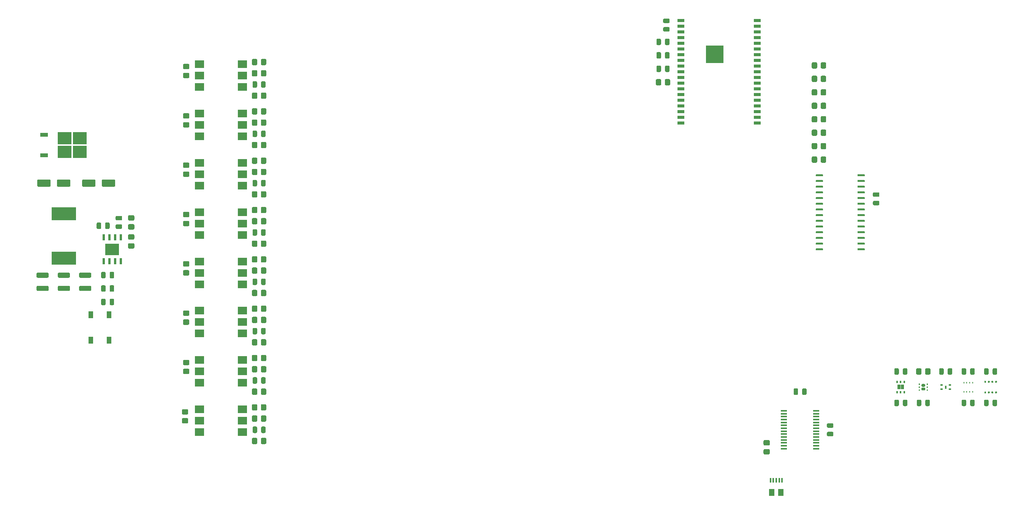
<source format=gbr>
G04 #@! TF.GenerationSoftware,KiCad,Pcbnew,(5.1.8-0-10_14)*
G04 #@! TF.CreationDate,2021-01-22T01:04:05-06:00*
G04 #@! TF.ProjectId,ClimateSprinklerController,436c696d-6174-4655-9370-72696e6b6c65,rev?*
G04 #@! TF.SameCoordinates,Original*
G04 #@! TF.FileFunction,Paste,Top*
G04 #@! TF.FilePolarity,Positive*
%FSLAX46Y46*%
G04 Gerber Fmt 4.6, Leading zero omitted, Abs format (unit mm)*
G04 Created by KiCad (PCBNEW (5.1.8-0-10_14)) date 2021-01-22 01:04:05*
%MOMM*%
%LPD*%
G01*
G04 APERTURE LIST*
%ADD10R,1.400000X0.360000*%
%ADD11R,1.200000X1.520000*%
%ADD12R,0.320000X1.080000*%
%ADD13R,1.600000X0.720000*%
%ADD14R,4.000000X4.000000*%
%ADD15R,0.360000X0.504000*%
%ADD16R,0.700000X1.050000*%
%ADD17R,5.400000X2.900000*%
%ADD18R,0.280000X0.400000*%
%ADD19R,0.350000X0.800000*%
%ADD20R,0.500000X0.300000*%
%ADD21R,2.000000X1.780000*%
%ADD22R,1.760000X0.960000*%
%ADD23R,3.050000X2.750000*%
%ADD24R,3.100000X2.600000*%
%ADD25R,0.540000X1.395000*%
%ADD26R,1.100000X1.500000*%
G04 APERTURE END LIST*
G36*
G01*
X182050000Y-47525000D02*
X182050000Y-48475000D01*
G75*
G02*
X181800000Y-48725000I-250000J0D01*
G01*
X181300000Y-48725000D01*
G75*
G02*
X181050000Y-48475000I0J250000D01*
G01*
X181050000Y-47525000D01*
G75*
G02*
X181300000Y-47275000I250000J0D01*
G01*
X181800000Y-47275000D01*
G75*
G02*
X182050000Y-47525000I0J-250000D01*
G01*
G37*
G36*
G01*
X183950000Y-47525000D02*
X183950000Y-48475000D01*
G75*
G02*
X183700000Y-48725000I-250000J0D01*
G01*
X183200000Y-48725000D01*
G75*
G02*
X182950000Y-48475000I0J250000D01*
G01*
X182950000Y-47525000D01*
G75*
G02*
X183200000Y-47275000I250000J0D01*
G01*
X183700000Y-47275000D01*
G75*
G02*
X183950000Y-47525000I0J-250000D01*
G01*
G37*
D10*
X216600000Y-124275000D03*
X216600000Y-124925000D03*
X216600000Y-125575000D03*
X216600000Y-126225000D03*
X216600000Y-126875000D03*
X216600000Y-127525000D03*
X216600000Y-128175000D03*
X216600000Y-128825000D03*
X216600000Y-129475000D03*
X216600000Y-130125000D03*
X216600000Y-130775000D03*
X216600000Y-131425000D03*
X216600000Y-132075000D03*
X216600000Y-132725000D03*
X209400000Y-132725000D03*
X209400000Y-132075000D03*
X209400000Y-131425000D03*
X209400000Y-130775000D03*
X209400000Y-130125000D03*
X209400000Y-129475000D03*
X209400000Y-128825000D03*
X209400000Y-128175000D03*
X209400000Y-127525000D03*
X209400000Y-126875000D03*
X209400000Y-126225000D03*
X209400000Y-125575000D03*
X209400000Y-124925000D03*
X209400000Y-124275000D03*
G36*
G01*
X206050001Y-134000000D02*
X205149999Y-134000000D01*
G75*
G02*
X204900000Y-133750001I0J249999D01*
G01*
X204900000Y-133049999D01*
G75*
G02*
X205149999Y-132800000I249999J0D01*
G01*
X206050001Y-132800000D01*
G75*
G02*
X206300000Y-133049999I0J-249999D01*
G01*
X206300000Y-133750001D01*
G75*
G02*
X206050001Y-134000000I-249999J0D01*
G01*
G37*
G36*
G01*
X206050001Y-132000000D02*
X205149999Y-132000000D01*
G75*
G02*
X204900000Y-131750001I0J249999D01*
G01*
X204900000Y-131049999D01*
G75*
G02*
X205149999Y-130800000I249999J0D01*
G01*
X206050001Y-130800000D01*
G75*
G02*
X206300000Y-131049999I0J-249999D01*
G01*
X206300000Y-131750001D01*
G75*
G02*
X206050001Y-132000000I-249999J0D01*
G01*
G37*
D11*
X208750000Y-142487500D03*
D12*
X207100000Y-139787500D03*
X206450000Y-139787500D03*
X209050000Y-139787500D03*
X208400000Y-139787500D03*
X207750000Y-139787500D03*
D11*
X206750000Y-142487500D03*
G36*
G01*
X211600000Y-120475000D02*
X211600000Y-119525000D01*
G75*
G02*
X211850000Y-119275000I250000J0D01*
G01*
X212350000Y-119275000D01*
G75*
G02*
X212600000Y-119525000I0J-250000D01*
G01*
X212600000Y-120475000D01*
G75*
G02*
X212350000Y-120725000I-250000J0D01*
G01*
X211850000Y-120725000D01*
G75*
G02*
X211600000Y-120475000I0J250000D01*
G01*
G37*
G36*
G01*
X213500000Y-120475000D02*
X213500000Y-119525000D01*
G75*
G02*
X213750000Y-119275000I250000J0D01*
G01*
X214250000Y-119275000D01*
G75*
G02*
X214500000Y-119525000I0J-250000D01*
G01*
X214500000Y-120475000D01*
G75*
G02*
X214250000Y-120725000I-250000J0D01*
G01*
X213750000Y-120725000D01*
G75*
G02*
X213500000Y-120475000I0J250000D01*
G01*
G37*
G36*
G01*
X220225000Y-128050000D02*
X219275000Y-128050000D01*
G75*
G02*
X219025000Y-127800000I0J250000D01*
G01*
X219025000Y-127300000D01*
G75*
G02*
X219275000Y-127050000I250000J0D01*
G01*
X220225000Y-127050000D01*
G75*
G02*
X220475000Y-127300000I0J-250000D01*
G01*
X220475000Y-127800000D01*
G75*
G02*
X220225000Y-128050000I-250000J0D01*
G01*
G37*
G36*
G01*
X220225000Y-129950000D02*
X219275000Y-129950000D01*
G75*
G02*
X219025000Y-129700000I0J250000D01*
G01*
X219025000Y-129200000D01*
G75*
G02*
X219275000Y-128950000I250000J0D01*
G01*
X220225000Y-128950000D01*
G75*
G02*
X220475000Y-129200000I0J-250000D01*
G01*
X220475000Y-129700000D01*
G75*
G02*
X220225000Y-129950000I-250000J0D01*
G01*
G37*
G36*
G01*
X256900000Y-120077500D02*
X256900000Y-120297500D01*
G75*
G02*
X256800000Y-120397500I-100000J0D01*
G01*
X256600000Y-120397500D01*
G75*
G02*
X256500000Y-120297500I0J100000D01*
G01*
X256500000Y-120077500D01*
G75*
G02*
X256600000Y-119977500I100000J0D01*
G01*
X256800000Y-119977500D01*
G75*
G02*
X256900000Y-120077500I0J-100000D01*
G01*
G37*
G36*
G01*
X256100000Y-120077500D02*
X256100000Y-120297500D01*
G75*
G02*
X256000000Y-120397500I-100000J0D01*
G01*
X255800000Y-120397500D01*
G75*
G02*
X255700000Y-120297500I0J100000D01*
G01*
X255700000Y-120077500D01*
G75*
G02*
X255800000Y-119977500I100000J0D01*
G01*
X256000000Y-119977500D01*
G75*
G02*
X256100000Y-120077500I0J-100000D01*
G01*
G37*
G36*
G01*
X255300000Y-120077500D02*
X255300000Y-120297500D01*
G75*
G02*
X255200000Y-120397500I-100000J0D01*
G01*
X255000000Y-120397500D01*
G75*
G02*
X254900000Y-120297500I0J100000D01*
G01*
X254900000Y-120077500D01*
G75*
G02*
X255000000Y-119977500I100000J0D01*
G01*
X255200000Y-119977500D01*
G75*
G02*
X255300000Y-120077500I0J-100000D01*
G01*
G37*
G36*
G01*
X254500000Y-120077500D02*
X254500000Y-120297500D01*
G75*
G02*
X254400000Y-120397500I-100000J0D01*
G01*
X254200000Y-120397500D01*
G75*
G02*
X254100000Y-120297500I0J100000D01*
G01*
X254100000Y-120077500D01*
G75*
G02*
X254200000Y-119977500I100000J0D01*
G01*
X254400000Y-119977500D01*
G75*
G02*
X254500000Y-120077500I0J-100000D01*
G01*
G37*
G36*
G01*
X254500000Y-117702500D02*
X254500000Y-117922500D01*
G75*
G02*
X254400000Y-118022500I-100000J0D01*
G01*
X254200000Y-118022500D01*
G75*
G02*
X254100000Y-117922500I0J100000D01*
G01*
X254100000Y-117702500D01*
G75*
G02*
X254200000Y-117602500I100000J0D01*
G01*
X254400000Y-117602500D01*
G75*
G02*
X254500000Y-117702500I0J-100000D01*
G01*
G37*
G36*
G01*
X255300000Y-117702500D02*
X255300000Y-117922500D01*
G75*
G02*
X255200000Y-118022500I-100000J0D01*
G01*
X255000000Y-118022500D01*
G75*
G02*
X254900000Y-117922500I0J100000D01*
G01*
X254900000Y-117702500D01*
G75*
G02*
X255000000Y-117602500I100000J0D01*
G01*
X255200000Y-117602500D01*
G75*
G02*
X255300000Y-117702500I0J-100000D01*
G01*
G37*
G36*
G01*
X256100000Y-117702500D02*
X256100000Y-117922500D01*
G75*
G02*
X256000000Y-118022500I-100000J0D01*
G01*
X255800000Y-118022500D01*
G75*
G02*
X255700000Y-117922500I0J100000D01*
G01*
X255700000Y-117702500D01*
G75*
G02*
X255800000Y-117602500I100000J0D01*
G01*
X256000000Y-117602500D01*
G75*
G02*
X256100000Y-117702500I0J-100000D01*
G01*
G37*
G36*
G01*
X256900000Y-117702500D02*
X256900000Y-117922500D01*
G75*
G02*
X256800000Y-118022500I-100000J0D01*
G01*
X256600000Y-118022500D01*
G75*
G02*
X256500000Y-117922500I0J100000D01*
G01*
X256500000Y-117702500D01*
G75*
G02*
X256600000Y-117602500I100000J0D01*
G01*
X256800000Y-117602500D01*
G75*
G02*
X256900000Y-117702500I0J-100000D01*
G01*
G37*
G36*
G01*
X254050000Y-115975000D02*
X254050000Y-115025000D01*
G75*
G02*
X254300000Y-114775000I250000J0D01*
G01*
X254800000Y-114775000D01*
G75*
G02*
X255050000Y-115025000I0J-250000D01*
G01*
X255050000Y-115975000D01*
G75*
G02*
X254800000Y-116225000I-250000J0D01*
G01*
X254300000Y-116225000D01*
G75*
G02*
X254050000Y-115975000I0J250000D01*
G01*
G37*
G36*
G01*
X255950000Y-115975000D02*
X255950000Y-115025000D01*
G75*
G02*
X256200000Y-114775000I250000J0D01*
G01*
X256700000Y-114775000D01*
G75*
G02*
X256950000Y-115025000I0J-250000D01*
G01*
X256950000Y-115975000D01*
G75*
G02*
X256700000Y-116225000I-250000J0D01*
G01*
X256200000Y-116225000D01*
G75*
G02*
X255950000Y-115975000I0J250000D01*
G01*
G37*
G36*
G01*
X254050000Y-122975000D02*
X254050000Y-122025000D01*
G75*
G02*
X254300000Y-121775000I250000J0D01*
G01*
X254800000Y-121775000D01*
G75*
G02*
X255050000Y-122025000I0J-250000D01*
G01*
X255050000Y-122975000D01*
G75*
G02*
X254800000Y-123225000I-250000J0D01*
G01*
X254300000Y-123225000D01*
G75*
G02*
X254050000Y-122975000I0J250000D01*
G01*
G37*
G36*
G01*
X255950000Y-122975000D02*
X255950000Y-122025000D01*
G75*
G02*
X256200000Y-121775000I250000J0D01*
G01*
X256700000Y-121775000D01*
G75*
G02*
X256950000Y-122025000I0J-250000D01*
G01*
X256950000Y-122975000D01*
G75*
G02*
X256700000Y-123225000I-250000J0D01*
G01*
X256200000Y-123225000D01*
G75*
G02*
X255950000Y-122975000I0J250000D01*
G01*
G37*
D13*
X186500000Y-37245000D03*
X186500000Y-38515000D03*
X186500000Y-39785000D03*
X186500000Y-41055000D03*
X186500000Y-42325000D03*
X186500000Y-43595000D03*
X186500000Y-44865000D03*
X186500000Y-46135000D03*
X186500000Y-47405000D03*
X186500000Y-48675000D03*
X186500000Y-49945000D03*
X186500000Y-51215000D03*
X186500000Y-52485000D03*
X186500000Y-53755000D03*
X186500000Y-55025000D03*
X186500000Y-56295000D03*
X186500000Y-57565000D03*
X186500000Y-58835000D03*
X186500000Y-60105000D03*
X203500000Y-60105000D03*
X203500000Y-58835000D03*
X203500000Y-57565000D03*
X203500000Y-56295000D03*
X203500000Y-55025000D03*
X203500000Y-53755000D03*
X203500000Y-52485000D03*
X203500000Y-51215000D03*
X203500000Y-49945000D03*
X203500000Y-48675000D03*
X203500000Y-47405000D03*
X203500000Y-46135000D03*
X203500000Y-44865000D03*
X203500000Y-43595000D03*
X203500000Y-42325000D03*
X203500000Y-41055000D03*
X203500000Y-39785000D03*
X203500000Y-38515000D03*
X203500000Y-37245000D03*
D14*
X194000000Y-44745000D03*
D15*
X236259000Y-120103000D03*
X235459000Y-120103000D03*
X234659000Y-120103000D03*
X234659000Y-117803000D03*
X235459000Y-117803000D03*
X236259000Y-117803000D03*
D16*
X235059000Y-118953000D03*
X235859000Y-118953000D03*
G36*
G01*
X242100000Y-115049999D02*
X242100000Y-115950001D01*
G75*
G02*
X241850001Y-116200000I-249999J0D01*
G01*
X241149999Y-116200000D01*
G75*
G02*
X240900000Y-115950001I0J249999D01*
G01*
X240900000Y-115049999D01*
G75*
G02*
X241149999Y-114800000I249999J0D01*
G01*
X241850001Y-114800000D01*
G75*
G02*
X242100000Y-115049999I0J-249999D01*
G01*
G37*
G36*
G01*
X240100000Y-115049999D02*
X240100000Y-115950001D01*
G75*
G02*
X239850001Y-116200000I-249999J0D01*
G01*
X239149999Y-116200000D01*
G75*
G02*
X238900000Y-115950001I0J249999D01*
G01*
X238900000Y-115049999D01*
G75*
G02*
X239149999Y-114800000I249999J0D01*
G01*
X239850001Y-114800000D01*
G75*
G02*
X240100000Y-115049999I0J-249999D01*
G01*
G37*
G36*
G01*
X235950000Y-115975000D02*
X235950000Y-115025000D01*
G75*
G02*
X236200000Y-114775000I250000J0D01*
G01*
X236700000Y-114775000D01*
G75*
G02*
X236950000Y-115025000I0J-250000D01*
G01*
X236950000Y-115975000D01*
G75*
G02*
X236700000Y-116225000I-250000J0D01*
G01*
X236200000Y-116225000D01*
G75*
G02*
X235950000Y-115975000I0J250000D01*
G01*
G37*
G36*
G01*
X234050000Y-115975000D02*
X234050000Y-115025000D01*
G75*
G02*
X234300000Y-114775000I250000J0D01*
G01*
X234800000Y-114775000D01*
G75*
G02*
X235050000Y-115025000I0J-250000D01*
G01*
X235050000Y-115975000D01*
G75*
G02*
X234800000Y-116225000I-250000J0D01*
G01*
X234300000Y-116225000D01*
G75*
G02*
X234050000Y-115975000I0J250000D01*
G01*
G37*
G36*
G01*
X234050000Y-122975000D02*
X234050000Y-122025000D01*
G75*
G02*
X234300000Y-121775000I250000J0D01*
G01*
X234800000Y-121775000D01*
G75*
G02*
X235050000Y-122025000I0J-250000D01*
G01*
X235050000Y-122975000D01*
G75*
G02*
X234800000Y-123225000I-250000J0D01*
G01*
X234300000Y-123225000D01*
G75*
G02*
X234050000Y-122975000I0J250000D01*
G01*
G37*
G36*
G01*
X235950000Y-122975000D02*
X235950000Y-122025000D01*
G75*
G02*
X236200000Y-121775000I250000J0D01*
G01*
X236700000Y-121775000D01*
G75*
G02*
X236950000Y-122025000I0J-250000D01*
G01*
X236950000Y-122975000D01*
G75*
G02*
X236700000Y-123225000I-250000J0D01*
G01*
X236200000Y-123225000D01*
G75*
G02*
X235950000Y-122975000I0J250000D01*
G01*
G37*
G36*
G01*
X215650000Y-68700001D02*
X215650000Y-67799999D01*
G75*
G02*
X215899999Y-67550000I249999J0D01*
G01*
X216600001Y-67550000D01*
G75*
G02*
X216850000Y-67799999I0J-249999D01*
G01*
X216850000Y-68700001D01*
G75*
G02*
X216600001Y-68950000I-249999J0D01*
G01*
X215899999Y-68950000D01*
G75*
G02*
X215650000Y-68700001I0J249999D01*
G01*
G37*
G36*
G01*
X217650000Y-68700001D02*
X217650000Y-67799999D01*
G75*
G02*
X217899999Y-67550000I249999J0D01*
G01*
X218600001Y-67550000D01*
G75*
G02*
X218850000Y-67799999I0J-249999D01*
G01*
X218850000Y-68700001D01*
G75*
G02*
X218600001Y-68950000I-249999J0D01*
G01*
X217899999Y-68950000D01*
G75*
G02*
X217650000Y-68700001I0J249999D01*
G01*
G37*
G36*
G01*
X215650000Y-65700001D02*
X215650000Y-64799999D01*
G75*
G02*
X215899999Y-64550000I249999J0D01*
G01*
X216600001Y-64550000D01*
G75*
G02*
X216850000Y-64799999I0J-249999D01*
G01*
X216850000Y-65700001D01*
G75*
G02*
X216600001Y-65950000I-249999J0D01*
G01*
X215899999Y-65950000D01*
G75*
G02*
X215650000Y-65700001I0J249999D01*
G01*
G37*
G36*
G01*
X217650000Y-65700001D02*
X217650000Y-64799999D01*
G75*
G02*
X217899999Y-64550000I249999J0D01*
G01*
X218600001Y-64550000D01*
G75*
G02*
X218850000Y-64799999I0J-249999D01*
G01*
X218850000Y-65700001D01*
G75*
G02*
X218600001Y-65950000I-249999J0D01*
G01*
X217899999Y-65950000D01*
G75*
G02*
X217650000Y-65700001I0J249999D01*
G01*
G37*
G36*
G01*
X92100000Y-125549999D02*
X92100000Y-126450001D01*
G75*
G02*
X91850001Y-126700000I-249999J0D01*
G01*
X91149999Y-126700000D01*
G75*
G02*
X90900000Y-126450001I0J249999D01*
G01*
X90900000Y-125549999D01*
G75*
G02*
X91149999Y-125300000I249999J0D01*
G01*
X91850001Y-125300000D01*
G75*
G02*
X92100000Y-125549999I0J-249999D01*
G01*
G37*
G36*
G01*
X94100000Y-125549999D02*
X94100000Y-126450001D01*
G75*
G02*
X93850001Y-126700000I-249999J0D01*
G01*
X93149999Y-126700000D01*
G75*
G02*
X92900000Y-126450001I0J249999D01*
G01*
X92900000Y-125549999D01*
G75*
G02*
X93149999Y-125300000I249999J0D01*
G01*
X93850001Y-125300000D01*
G75*
G02*
X94100000Y-125549999I0J-249999D01*
G01*
G37*
G36*
G01*
X92100000Y-114549999D02*
X92100000Y-115450001D01*
G75*
G02*
X91850001Y-115700000I-249999J0D01*
G01*
X91149999Y-115700000D01*
G75*
G02*
X90900000Y-115450001I0J249999D01*
G01*
X90900000Y-114549999D01*
G75*
G02*
X91149999Y-114300000I249999J0D01*
G01*
X91850001Y-114300000D01*
G75*
G02*
X92100000Y-114549999I0J-249999D01*
G01*
G37*
G36*
G01*
X94100000Y-114549999D02*
X94100000Y-115450001D01*
G75*
G02*
X93850001Y-115700000I-249999J0D01*
G01*
X93149999Y-115700000D01*
G75*
G02*
X92900000Y-115450001I0J249999D01*
G01*
X92900000Y-114549999D01*
G75*
G02*
X93149999Y-114300000I249999J0D01*
G01*
X93850001Y-114300000D01*
G75*
G02*
X94100000Y-114549999I0J-249999D01*
G01*
G37*
G36*
G01*
X92100000Y-103549999D02*
X92100000Y-104450001D01*
G75*
G02*
X91850001Y-104700000I-249999J0D01*
G01*
X91149999Y-104700000D01*
G75*
G02*
X90900000Y-104450001I0J249999D01*
G01*
X90900000Y-103549999D01*
G75*
G02*
X91149999Y-103300000I249999J0D01*
G01*
X91850001Y-103300000D01*
G75*
G02*
X92100000Y-103549999I0J-249999D01*
G01*
G37*
G36*
G01*
X94100000Y-103549999D02*
X94100000Y-104450001D01*
G75*
G02*
X93850001Y-104700000I-249999J0D01*
G01*
X93149999Y-104700000D01*
G75*
G02*
X92900000Y-104450001I0J249999D01*
G01*
X92900000Y-103549999D01*
G75*
G02*
X93149999Y-103300000I249999J0D01*
G01*
X93850001Y-103300000D01*
G75*
G02*
X94100000Y-103549999I0J-249999D01*
G01*
G37*
G36*
G01*
X92100000Y-92549999D02*
X92100000Y-93450001D01*
G75*
G02*
X91850001Y-93700000I-249999J0D01*
G01*
X91149999Y-93700000D01*
G75*
G02*
X90900000Y-93450001I0J249999D01*
G01*
X90900000Y-92549999D01*
G75*
G02*
X91149999Y-92300000I249999J0D01*
G01*
X91850001Y-92300000D01*
G75*
G02*
X92100000Y-92549999I0J-249999D01*
G01*
G37*
G36*
G01*
X94100000Y-92549999D02*
X94100000Y-93450001D01*
G75*
G02*
X93850001Y-93700000I-249999J0D01*
G01*
X93149999Y-93700000D01*
G75*
G02*
X92900000Y-93450001I0J249999D01*
G01*
X92900000Y-92549999D01*
G75*
G02*
X93149999Y-92300000I249999J0D01*
G01*
X93850001Y-92300000D01*
G75*
G02*
X94100000Y-92549999I0J-249999D01*
G01*
G37*
G36*
G01*
X92100000Y-81549999D02*
X92100000Y-82450001D01*
G75*
G02*
X91850001Y-82700000I-249999J0D01*
G01*
X91149999Y-82700000D01*
G75*
G02*
X90900000Y-82450001I0J249999D01*
G01*
X90900000Y-81549999D01*
G75*
G02*
X91149999Y-81300000I249999J0D01*
G01*
X91850001Y-81300000D01*
G75*
G02*
X92100000Y-81549999I0J-249999D01*
G01*
G37*
G36*
G01*
X94100000Y-81549999D02*
X94100000Y-82450001D01*
G75*
G02*
X93850001Y-82700000I-249999J0D01*
G01*
X93149999Y-82700000D01*
G75*
G02*
X92900000Y-82450001I0J249999D01*
G01*
X92900000Y-81549999D01*
G75*
G02*
X93149999Y-81300000I249999J0D01*
G01*
X93850001Y-81300000D01*
G75*
G02*
X94100000Y-81549999I0J-249999D01*
G01*
G37*
G36*
G01*
X92100000Y-70549999D02*
X92100000Y-71450001D01*
G75*
G02*
X91850001Y-71700000I-249999J0D01*
G01*
X91149999Y-71700000D01*
G75*
G02*
X90900000Y-71450001I0J249999D01*
G01*
X90900000Y-70549999D01*
G75*
G02*
X91149999Y-70300000I249999J0D01*
G01*
X91850001Y-70300000D01*
G75*
G02*
X92100000Y-70549999I0J-249999D01*
G01*
G37*
G36*
G01*
X94100000Y-70549999D02*
X94100000Y-71450001D01*
G75*
G02*
X93850001Y-71700000I-249999J0D01*
G01*
X93149999Y-71700000D01*
G75*
G02*
X92900000Y-71450001I0J249999D01*
G01*
X92900000Y-70549999D01*
G75*
G02*
X93149999Y-70300000I249999J0D01*
G01*
X93850001Y-70300000D01*
G75*
G02*
X94100000Y-70549999I0J-249999D01*
G01*
G37*
G36*
G01*
X92100000Y-59549999D02*
X92100000Y-60450001D01*
G75*
G02*
X91850001Y-60700000I-249999J0D01*
G01*
X91149999Y-60700000D01*
G75*
G02*
X90900000Y-60450001I0J249999D01*
G01*
X90900000Y-59549999D01*
G75*
G02*
X91149999Y-59300000I249999J0D01*
G01*
X91850001Y-59300000D01*
G75*
G02*
X92100000Y-59549999I0J-249999D01*
G01*
G37*
G36*
G01*
X94100000Y-59549999D02*
X94100000Y-60450001D01*
G75*
G02*
X93850001Y-60700000I-249999J0D01*
G01*
X93149999Y-60700000D01*
G75*
G02*
X92900000Y-60450001I0J249999D01*
G01*
X92900000Y-59549999D01*
G75*
G02*
X93149999Y-59300000I249999J0D01*
G01*
X93850001Y-59300000D01*
G75*
G02*
X94100000Y-59549999I0J-249999D01*
G01*
G37*
G36*
G01*
X92100000Y-48549999D02*
X92100000Y-49450001D01*
G75*
G02*
X91850001Y-49700000I-249999J0D01*
G01*
X91149999Y-49700000D01*
G75*
G02*
X90900000Y-49450001I0J249999D01*
G01*
X90900000Y-48549999D01*
G75*
G02*
X91149999Y-48300000I249999J0D01*
G01*
X91850001Y-48300000D01*
G75*
G02*
X92100000Y-48549999I0J-249999D01*
G01*
G37*
G36*
G01*
X94100000Y-48549999D02*
X94100000Y-49450001D01*
G75*
G02*
X93850001Y-49700000I-249999J0D01*
G01*
X93149999Y-49700000D01*
G75*
G02*
X92900000Y-49450001I0J249999D01*
G01*
X92900000Y-48549999D01*
G75*
G02*
X93149999Y-48300000I249999J0D01*
G01*
X93850001Y-48300000D01*
G75*
G02*
X94100000Y-48549999I0J-249999D01*
G01*
G37*
G36*
G01*
X92900000Y-131450001D02*
X92900000Y-130549999D01*
G75*
G02*
X93149999Y-130300000I249999J0D01*
G01*
X93850001Y-130300000D01*
G75*
G02*
X94100000Y-130549999I0J-249999D01*
G01*
X94100000Y-131450001D01*
G75*
G02*
X93850001Y-131700000I-249999J0D01*
G01*
X93149999Y-131700000D01*
G75*
G02*
X92900000Y-131450001I0J249999D01*
G01*
G37*
G36*
G01*
X90900000Y-131450001D02*
X90900000Y-130549999D01*
G75*
G02*
X91149999Y-130300000I249999J0D01*
G01*
X91850001Y-130300000D01*
G75*
G02*
X92100000Y-130549999I0J-249999D01*
G01*
X92100000Y-131450001D01*
G75*
G02*
X91850001Y-131700000I-249999J0D01*
G01*
X91149999Y-131700000D01*
G75*
G02*
X90900000Y-131450001I0J249999D01*
G01*
G37*
G36*
G01*
X92900000Y-120450001D02*
X92900000Y-119549999D01*
G75*
G02*
X93149999Y-119300000I249999J0D01*
G01*
X93850001Y-119300000D01*
G75*
G02*
X94100000Y-119549999I0J-249999D01*
G01*
X94100000Y-120450001D01*
G75*
G02*
X93850001Y-120700000I-249999J0D01*
G01*
X93149999Y-120700000D01*
G75*
G02*
X92900000Y-120450001I0J249999D01*
G01*
G37*
G36*
G01*
X90900000Y-120450001D02*
X90900000Y-119549999D01*
G75*
G02*
X91149999Y-119300000I249999J0D01*
G01*
X91850001Y-119300000D01*
G75*
G02*
X92100000Y-119549999I0J-249999D01*
G01*
X92100000Y-120450001D01*
G75*
G02*
X91850001Y-120700000I-249999J0D01*
G01*
X91149999Y-120700000D01*
G75*
G02*
X90900000Y-120450001I0J249999D01*
G01*
G37*
G36*
G01*
X92900000Y-109450001D02*
X92900000Y-108549999D01*
G75*
G02*
X93149999Y-108300000I249999J0D01*
G01*
X93850001Y-108300000D01*
G75*
G02*
X94100000Y-108549999I0J-249999D01*
G01*
X94100000Y-109450001D01*
G75*
G02*
X93850001Y-109700000I-249999J0D01*
G01*
X93149999Y-109700000D01*
G75*
G02*
X92900000Y-109450001I0J249999D01*
G01*
G37*
G36*
G01*
X90900000Y-109450001D02*
X90900000Y-108549999D01*
G75*
G02*
X91149999Y-108300000I249999J0D01*
G01*
X91850001Y-108300000D01*
G75*
G02*
X92100000Y-108549999I0J-249999D01*
G01*
X92100000Y-109450001D01*
G75*
G02*
X91850001Y-109700000I-249999J0D01*
G01*
X91149999Y-109700000D01*
G75*
G02*
X90900000Y-109450001I0J249999D01*
G01*
G37*
G36*
G01*
X92900000Y-98450001D02*
X92900000Y-97549999D01*
G75*
G02*
X93149999Y-97300000I249999J0D01*
G01*
X93850001Y-97300000D01*
G75*
G02*
X94100000Y-97549999I0J-249999D01*
G01*
X94100000Y-98450001D01*
G75*
G02*
X93850001Y-98700000I-249999J0D01*
G01*
X93149999Y-98700000D01*
G75*
G02*
X92900000Y-98450001I0J249999D01*
G01*
G37*
G36*
G01*
X90900000Y-98450001D02*
X90900000Y-97549999D01*
G75*
G02*
X91149999Y-97300000I249999J0D01*
G01*
X91850001Y-97300000D01*
G75*
G02*
X92100000Y-97549999I0J-249999D01*
G01*
X92100000Y-98450001D01*
G75*
G02*
X91850001Y-98700000I-249999J0D01*
G01*
X91149999Y-98700000D01*
G75*
G02*
X90900000Y-98450001I0J249999D01*
G01*
G37*
G36*
G01*
X92900000Y-87450001D02*
X92900000Y-86549999D01*
G75*
G02*
X93149999Y-86300000I249999J0D01*
G01*
X93850001Y-86300000D01*
G75*
G02*
X94100000Y-86549999I0J-249999D01*
G01*
X94100000Y-87450001D01*
G75*
G02*
X93850001Y-87700000I-249999J0D01*
G01*
X93149999Y-87700000D01*
G75*
G02*
X92900000Y-87450001I0J249999D01*
G01*
G37*
G36*
G01*
X90900000Y-87450001D02*
X90900000Y-86549999D01*
G75*
G02*
X91149999Y-86300000I249999J0D01*
G01*
X91850001Y-86300000D01*
G75*
G02*
X92100000Y-86549999I0J-249999D01*
G01*
X92100000Y-87450001D01*
G75*
G02*
X91850001Y-87700000I-249999J0D01*
G01*
X91149999Y-87700000D01*
G75*
G02*
X90900000Y-87450001I0J249999D01*
G01*
G37*
G36*
G01*
X92900000Y-76450001D02*
X92900000Y-75549999D01*
G75*
G02*
X93149999Y-75300000I249999J0D01*
G01*
X93850001Y-75300000D01*
G75*
G02*
X94100000Y-75549999I0J-249999D01*
G01*
X94100000Y-76450001D01*
G75*
G02*
X93850001Y-76700000I-249999J0D01*
G01*
X93149999Y-76700000D01*
G75*
G02*
X92900000Y-76450001I0J249999D01*
G01*
G37*
G36*
G01*
X90900000Y-76450001D02*
X90900000Y-75549999D01*
G75*
G02*
X91149999Y-75300000I249999J0D01*
G01*
X91850001Y-75300000D01*
G75*
G02*
X92100000Y-75549999I0J-249999D01*
G01*
X92100000Y-76450001D01*
G75*
G02*
X91850001Y-76700000I-249999J0D01*
G01*
X91149999Y-76700000D01*
G75*
G02*
X90900000Y-76450001I0J249999D01*
G01*
G37*
G36*
G01*
X92900000Y-65450001D02*
X92900000Y-64549999D01*
G75*
G02*
X93149999Y-64300000I249999J0D01*
G01*
X93850001Y-64300000D01*
G75*
G02*
X94100000Y-64549999I0J-249999D01*
G01*
X94100000Y-65450001D01*
G75*
G02*
X93850001Y-65700000I-249999J0D01*
G01*
X93149999Y-65700000D01*
G75*
G02*
X92900000Y-65450001I0J249999D01*
G01*
G37*
G36*
G01*
X90900000Y-65450001D02*
X90900000Y-64549999D01*
G75*
G02*
X91149999Y-64300000I249999J0D01*
G01*
X91850001Y-64300000D01*
G75*
G02*
X92100000Y-64549999I0J-249999D01*
G01*
X92100000Y-65450001D01*
G75*
G02*
X91850001Y-65700000I-249999J0D01*
G01*
X91149999Y-65700000D01*
G75*
G02*
X90900000Y-65450001I0J249999D01*
G01*
G37*
G36*
G01*
X92900000Y-54450001D02*
X92900000Y-53549999D01*
G75*
G02*
X93149999Y-53300000I249999J0D01*
G01*
X93850001Y-53300000D01*
G75*
G02*
X94100000Y-53549999I0J-249999D01*
G01*
X94100000Y-54450001D01*
G75*
G02*
X93850001Y-54700000I-249999J0D01*
G01*
X93149999Y-54700000D01*
G75*
G02*
X92900000Y-54450001I0J249999D01*
G01*
G37*
G36*
G01*
X90900000Y-54450001D02*
X90900000Y-53549999D01*
G75*
G02*
X91149999Y-53300000I249999J0D01*
G01*
X91850001Y-53300000D01*
G75*
G02*
X92100000Y-53549999I0J-249999D01*
G01*
X92100000Y-54450001D01*
G75*
G02*
X91850001Y-54700000I-249999J0D01*
G01*
X91149999Y-54700000D01*
G75*
G02*
X90900000Y-54450001I0J249999D01*
G01*
G37*
G36*
G01*
X92100000Y-123049999D02*
X92100000Y-123950001D01*
G75*
G02*
X91850001Y-124200000I-249999J0D01*
G01*
X91149999Y-124200000D01*
G75*
G02*
X90900000Y-123950001I0J249999D01*
G01*
X90900000Y-123049999D01*
G75*
G02*
X91149999Y-122800000I249999J0D01*
G01*
X91850001Y-122800000D01*
G75*
G02*
X92100000Y-123049999I0J-249999D01*
G01*
G37*
G36*
G01*
X94100000Y-123049999D02*
X94100000Y-123950001D01*
G75*
G02*
X93850001Y-124200000I-249999J0D01*
G01*
X93149999Y-124200000D01*
G75*
G02*
X92900000Y-123950001I0J249999D01*
G01*
X92900000Y-123049999D01*
G75*
G02*
X93149999Y-122800000I249999J0D01*
G01*
X93850001Y-122800000D01*
G75*
G02*
X94100000Y-123049999I0J-249999D01*
G01*
G37*
G36*
G01*
X92100000Y-112049999D02*
X92100000Y-112950001D01*
G75*
G02*
X91850001Y-113200000I-249999J0D01*
G01*
X91149999Y-113200000D01*
G75*
G02*
X90900000Y-112950001I0J249999D01*
G01*
X90900000Y-112049999D01*
G75*
G02*
X91149999Y-111800000I249999J0D01*
G01*
X91850001Y-111800000D01*
G75*
G02*
X92100000Y-112049999I0J-249999D01*
G01*
G37*
G36*
G01*
X94100000Y-112049999D02*
X94100000Y-112950001D01*
G75*
G02*
X93850001Y-113200000I-249999J0D01*
G01*
X93149999Y-113200000D01*
G75*
G02*
X92900000Y-112950001I0J249999D01*
G01*
X92900000Y-112049999D01*
G75*
G02*
X93149999Y-111800000I249999J0D01*
G01*
X93850001Y-111800000D01*
G75*
G02*
X94100000Y-112049999I0J-249999D01*
G01*
G37*
G36*
G01*
X92100000Y-101049999D02*
X92100000Y-101950001D01*
G75*
G02*
X91850001Y-102200000I-249999J0D01*
G01*
X91149999Y-102200000D01*
G75*
G02*
X90900000Y-101950001I0J249999D01*
G01*
X90900000Y-101049999D01*
G75*
G02*
X91149999Y-100800000I249999J0D01*
G01*
X91850001Y-100800000D01*
G75*
G02*
X92100000Y-101049999I0J-249999D01*
G01*
G37*
G36*
G01*
X94100000Y-101049999D02*
X94100000Y-101950001D01*
G75*
G02*
X93850001Y-102200000I-249999J0D01*
G01*
X93149999Y-102200000D01*
G75*
G02*
X92900000Y-101950001I0J249999D01*
G01*
X92900000Y-101049999D01*
G75*
G02*
X93149999Y-100800000I249999J0D01*
G01*
X93850001Y-100800000D01*
G75*
G02*
X94100000Y-101049999I0J-249999D01*
G01*
G37*
G36*
G01*
X92100000Y-90049999D02*
X92100000Y-90950001D01*
G75*
G02*
X91850001Y-91200000I-249999J0D01*
G01*
X91149999Y-91200000D01*
G75*
G02*
X90900000Y-90950001I0J249999D01*
G01*
X90900000Y-90049999D01*
G75*
G02*
X91149999Y-89800000I249999J0D01*
G01*
X91850001Y-89800000D01*
G75*
G02*
X92100000Y-90049999I0J-249999D01*
G01*
G37*
G36*
G01*
X94100000Y-90049999D02*
X94100000Y-90950001D01*
G75*
G02*
X93850001Y-91200000I-249999J0D01*
G01*
X93149999Y-91200000D01*
G75*
G02*
X92900000Y-90950001I0J249999D01*
G01*
X92900000Y-90049999D01*
G75*
G02*
X93149999Y-89800000I249999J0D01*
G01*
X93850001Y-89800000D01*
G75*
G02*
X94100000Y-90049999I0J-249999D01*
G01*
G37*
G36*
G01*
X92100000Y-79049999D02*
X92100000Y-79950001D01*
G75*
G02*
X91850001Y-80200000I-249999J0D01*
G01*
X91149999Y-80200000D01*
G75*
G02*
X90900000Y-79950001I0J249999D01*
G01*
X90900000Y-79049999D01*
G75*
G02*
X91149999Y-78800000I249999J0D01*
G01*
X91850001Y-78800000D01*
G75*
G02*
X92100000Y-79049999I0J-249999D01*
G01*
G37*
G36*
G01*
X94100000Y-79049999D02*
X94100000Y-79950001D01*
G75*
G02*
X93850001Y-80200000I-249999J0D01*
G01*
X93149999Y-80200000D01*
G75*
G02*
X92900000Y-79950001I0J249999D01*
G01*
X92900000Y-79049999D01*
G75*
G02*
X93149999Y-78800000I249999J0D01*
G01*
X93850001Y-78800000D01*
G75*
G02*
X94100000Y-79049999I0J-249999D01*
G01*
G37*
G36*
G01*
X92100000Y-68049999D02*
X92100000Y-68950001D01*
G75*
G02*
X91850001Y-69200000I-249999J0D01*
G01*
X91149999Y-69200000D01*
G75*
G02*
X90900000Y-68950001I0J249999D01*
G01*
X90900000Y-68049999D01*
G75*
G02*
X91149999Y-67800000I249999J0D01*
G01*
X91850001Y-67800000D01*
G75*
G02*
X92100000Y-68049999I0J-249999D01*
G01*
G37*
G36*
G01*
X94100000Y-68049999D02*
X94100000Y-68950001D01*
G75*
G02*
X93850001Y-69200000I-249999J0D01*
G01*
X93149999Y-69200000D01*
G75*
G02*
X92900000Y-68950001I0J249999D01*
G01*
X92900000Y-68049999D01*
G75*
G02*
X93149999Y-67800000I249999J0D01*
G01*
X93850001Y-67800000D01*
G75*
G02*
X94100000Y-68049999I0J-249999D01*
G01*
G37*
G36*
G01*
X92100000Y-57049999D02*
X92100000Y-57950001D01*
G75*
G02*
X91850001Y-58200000I-249999J0D01*
G01*
X91149999Y-58200000D01*
G75*
G02*
X90900000Y-57950001I0J249999D01*
G01*
X90900000Y-57049999D01*
G75*
G02*
X91149999Y-56800000I249999J0D01*
G01*
X91850001Y-56800000D01*
G75*
G02*
X92100000Y-57049999I0J-249999D01*
G01*
G37*
G36*
G01*
X94100000Y-57049999D02*
X94100000Y-57950001D01*
G75*
G02*
X93850001Y-58200000I-249999J0D01*
G01*
X93149999Y-58200000D01*
G75*
G02*
X92900000Y-57950001I0J249999D01*
G01*
X92900000Y-57049999D01*
G75*
G02*
X93149999Y-56800000I249999J0D01*
G01*
X93850001Y-56800000D01*
G75*
G02*
X94100000Y-57049999I0J-249999D01*
G01*
G37*
G36*
G01*
X92100000Y-46049999D02*
X92100000Y-46950001D01*
G75*
G02*
X91850001Y-47200000I-249999J0D01*
G01*
X91149999Y-47200000D01*
G75*
G02*
X90900000Y-46950001I0J249999D01*
G01*
X90900000Y-46049999D01*
G75*
G02*
X91149999Y-45800000I249999J0D01*
G01*
X91850001Y-45800000D01*
G75*
G02*
X92100000Y-46049999I0J-249999D01*
G01*
G37*
G36*
G01*
X94100000Y-46049999D02*
X94100000Y-46950001D01*
G75*
G02*
X93850001Y-47200000I-249999J0D01*
G01*
X93149999Y-47200000D01*
G75*
G02*
X92900000Y-46950001I0J249999D01*
G01*
X92900000Y-46049999D01*
G75*
G02*
X93149999Y-45800000I249999J0D01*
G01*
X93850001Y-45800000D01*
G75*
G02*
X94100000Y-46049999I0J-249999D01*
G01*
G37*
G36*
G01*
X76450400Y-125100000D02*
X75549600Y-125100000D01*
G75*
G02*
X75300000Y-124850400I0J249600D01*
G01*
X75300000Y-124149600D01*
G75*
G02*
X75549600Y-123900000I249600J0D01*
G01*
X76450400Y-123900000D01*
G75*
G02*
X76700000Y-124149600I0J-249600D01*
G01*
X76700000Y-124850400D01*
G75*
G02*
X76450400Y-125100000I-249600J0D01*
G01*
G37*
G36*
G01*
X76450400Y-127100000D02*
X75549600Y-127100000D01*
G75*
G02*
X75300000Y-126850400I0J249600D01*
G01*
X75300000Y-126149600D01*
G75*
G02*
X75549600Y-125900000I249600J0D01*
G01*
X76450400Y-125900000D01*
G75*
G02*
X76700000Y-126149600I0J-249600D01*
G01*
X76700000Y-126850400D01*
G75*
G02*
X76450400Y-127100000I-249600J0D01*
G01*
G37*
G36*
G01*
X76700400Y-114100000D02*
X75799600Y-114100000D01*
G75*
G02*
X75550000Y-113850400I0J249600D01*
G01*
X75550000Y-113149600D01*
G75*
G02*
X75799600Y-112900000I249600J0D01*
G01*
X76700400Y-112900000D01*
G75*
G02*
X76950000Y-113149600I0J-249600D01*
G01*
X76950000Y-113850400D01*
G75*
G02*
X76700400Y-114100000I-249600J0D01*
G01*
G37*
G36*
G01*
X76700400Y-116100000D02*
X75799600Y-116100000D01*
G75*
G02*
X75550000Y-115850400I0J249600D01*
G01*
X75550000Y-115149600D01*
G75*
G02*
X75799600Y-114900000I249600J0D01*
G01*
X76700400Y-114900000D01*
G75*
G02*
X76950000Y-115149600I0J-249600D01*
G01*
X76950000Y-115850400D01*
G75*
G02*
X76700400Y-116100000I-249600J0D01*
G01*
G37*
G36*
G01*
X76700400Y-103100000D02*
X75799600Y-103100000D01*
G75*
G02*
X75550000Y-102850400I0J249600D01*
G01*
X75550000Y-102149600D01*
G75*
G02*
X75799600Y-101900000I249600J0D01*
G01*
X76700400Y-101900000D01*
G75*
G02*
X76950000Y-102149600I0J-249600D01*
G01*
X76950000Y-102850400D01*
G75*
G02*
X76700400Y-103100000I-249600J0D01*
G01*
G37*
G36*
G01*
X76700400Y-105100000D02*
X75799600Y-105100000D01*
G75*
G02*
X75550000Y-104850400I0J249600D01*
G01*
X75550000Y-104149600D01*
G75*
G02*
X75799600Y-103900000I249600J0D01*
G01*
X76700400Y-103900000D01*
G75*
G02*
X76950000Y-104149600I0J-249600D01*
G01*
X76950000Y-104850400D01*
G75*
G02*
X76700400Y-105100000I-249600J0D01*
G01*
G37*
G36*
G01*
X76700400Y-92100000D02*
X75799600Y-92100000D01*
G75*
G02*
X75550000Y-91850400I0J249600D01*
G01*
X75550000Y-91149600D01*
G75*
G02*
X75799600Y-90900000I249600J0D01*
G01*
X76700400Y-90900000D01*
G75*
G02*
X76950000Y-91149600I0J-249600D01*
G01*
X76950000Y-91850400D01*
G75*
G02*
X76700400Y-92100000I-249600J0D01*
G01*
G37*
G36*
G01*
X76700400Y-94100000D02*
X75799600Y-94100000D01*
G75*
G02*
X75550000Y-93850400I0J249600D01*
G01*
X75550000Y-93149600D01*
G75*
G02*
X75799600Y-92900000I249600J0D01*
G01*
X76700400Y-92900000D01*
G75*
G02*
X76950000Y-93149600I0J-249600D01*
G01*
X76950000Y-93850400D01*
G75*
G02*
X76700400Y-94100000I-249600J0D01*
G01*
G37*
G36*
G01*
X76700400Y-81100000D02*
X75799600Y-81100000D01*
G75*
G02*
X75550000Y-80850400I0J249600D01*
G01*
X75550000Y-80149600D01*
G75*
G02*
X75799600Y-79900000I249600J0D01*
G01*
X76700400Y-79900000D01*
G75*
G02*
X76950000Y-80149600I0J-249600D01*
G01*
X76950000Y-80850400D01*
G75*
G02*
X76700400Y-81100000I-249600J0D01*
G01*
G37*
G36*
G01*
X76700400Y-83100000D02*
X75799600Y-83100000D01*
G75*
G02*
X75550000Y-82850400I0J249600D01*
G01*
X75550000Y-82149600D01*
G75*
G02*
X75799600Y-81900000I249600J0D01*
G01*
X76700400Y-81900000D01*
G75*
G02*
X76950000Y-82149600I0J-249600D01*
G01*
X76950000Y-82850400D01*
G75*
G02*
X76700400Y-83100000I-249600J0D01*
G01*
G37*
G36*
G01*
X76700400Y-70100000D02*
X75799600Y-70100000D01*
G75*
G02*
X75550000Y-69850400I0J249600D01*
G01*
X75550000Y-69149600D01*
G75*
G02*
X75799600Y-68900000I249600J0D01*
G01*
X76700400Y-68900000D01*
G75*
G02*
X76950000Y-69149600I0J-249600D01*
G01*
X76950000Y-69850400D01*
G75*
G02*
X76700400Y-70100000I-249600J0D01*
G01*
G37*
G36*
G01*
X76700400Y-72100000D02*
X75799600Y-72100000D01*
G75*
G02*
X75550000Y-71850400I0J249600D01*
G01*
X75550000Y-71149600D01*
G75*
G02*
X75799600Y-70900000I249600J0D01*
G01*
X76700400Y-70900000D01*
G75*
G02*
X76950000Y-71149600I0J-249600D01*
G01*
X76950000Y-71850400D01*
G75*
G02*
X76700400Y-72100000I-249600J0D01*
G01*
G37*
G36*
G01*
X76700400Y-59100000D02*
X75799600Y-59100000D01*
G75*
G02*
X75550000Y-58850400I0J249600D01*
G01*
X75550000Y-58149600D01*
G75*
G02*
X75799600Y-57900000I249600J0D01*
G01*
X76700400Y-57900000D01*
G75*
G02*
X76950000Y-58149600I0J-249600D01*
G01*
X76950000Y-58850400D01*
G75*
G02*
X76700400Y-59100000I-249600J0D01*
G01*
G37*
G36*
G01*
X76700400Y-61100000D02*
X75799600Y-61100000D01*
G75*
G02*
X75550000Y-60850400I0J249600D01*
G01*
X75550000Y-60149600D01*
G75*
G02*
X75799600Y-59900000I249600J0D01*
G01*
X76700400Y-59900000D01*
G75*
G02*
X76950000Y-60149600I0J-249600D01*
G01*
X76950000Y-60850400D01*
G75*
G02*
X76700400Y-61100000I-249600J0D01*
G01*
G37*
G36*
G01*
X76700400Y-48100000D02*
X75799600Y-48100000D01*
G75*
G02*
X75550000Y-47850400I0J249600D01*
G01*
X75550000Y-47149600D01*
G75*
G02*
X75799600Y-46900000I249600J0D01*
G01*
X76700400Y-46900000D01*
G75*
G02*
X76950000Y-47149600I0J-249600D01*
G01*
X76950000Y-47850400D01*
G75*
G02*
X76700400Y-48100000I-249600J0D01*
G01*
G37*
G36*
G01*
X76700400Y-50100000D02*
X75799600Y-50100000D01*
G75*
G02*
X75550000Y-49850400I0J249600D01*
G01*
X75550000Y-49149600D01*
G75*
G02*
X75799600Y-48900000I249600J0D01*
G01*
X76700400Y-48900000D01*
G75*
G02*
X76950000Y-49149600I0J-249600D01*
G01*
X76950000Y-49850400D01*
G75*
G02*
X76700400Y-50100000I-249600J0D01*
G01*
G37*
G36*
G01*
X216850000Y-46799999D02*
X216850000Y-47700001D01*
G75*
G02*
X216600001Y-47950000I-249999J0D01*
G01*
X215899999Y-47950000D01*
G75*
G02*
X215650000Y-47700001I0J249999D01*
G01*
X215650000Y-46799999D01*
G75*
G02*
X215899999Y-46550000I249999J0D01*
G01*
X216600001Y-46550000D01*
G75*
G02*
X216850000Y-46799999I0J-249999D01*
G01*
G37*
G36*
G01*
X218850000Y-46799999D02*
X218850000Y-47700001D01*
G75*
G02*
X218600001Y-47950000I-249999J0D01*
G01*
X217899999Y-47950000D01*
G75*
G02*
X217650000Y-47700001I0J249999D01*
G01*
X217650000Y-46799999D01*
G75*
G02*
X217899999Y-46550000I249999J0D01*
G01*
X218600001Y-46550000D01*
G75*
G02*
X218850000Y-46799999I0J-249999D01*
G01*
G37*
G36*
G01*
X63549999Y-86900000D02*
X64450001Y-86900000D01*
G75*
G02*
X64700000Y-87149999I0J-249999D01*
G01*
X64700000Y-87850001D01*
G75*
G02*
X64450001Y-88100000I-249999J0D01*
G01*
X63549999Y-88100000D01*
G75*
G02*
X63300000Y-87850001I0J249999D01*
G01*
X63300000Y-87149999D01*
G75*
G02*
X63549999Y-86900000I249999J0D01*
G01*
G37*
G36*
G01*
X63549999Y-84900000D02*
X64450001Y-84900000D01*
G75*
G02*
X64700000Y-85149999I0J-249999D01*
G01*
X64700000Y-85850001D01*
G75*
G02*
X64450001Y-86100000I-249999J0D01*
G01*
X63549999Y-86100000D01*
G75*
G02*
X63300000Y-85850001I0J249999D01*
G01*
X63300000Y-85149999D01*
G75*
G02*
X63549999Y-84900000I249999J0D01*
G01*
G37*
G36*
G01*
X63549999Y-82650000D02*
X64450001Y-82650000D01*
G75*
G02*
X64700000Y-82899999I0J-249999D01*
G01*
X64700000Y-83600001D01*
G75*
G02*
X64450001Y-83850000I-249999J0D01*
G01*
X63549999Y-83850000D01*
G75*
G02*
X63300000Y-83600001I0J249999D01*
G01*
X63300000Y-82899999D01*
G75*
G02*
X63549999Y-82650000I249999J0D01*
G01*
G37*
G36*
G01*
X63549999Y-80650000D02*
X64450001Y-80650000D01*
G75*
G02*
X64700000Y-80899999I0J-249999D01*
G01*
X64700000Y-81600001D01*
G75*
G02*
X64450001Y-81850000I-249999J0D01*
G01*
X63549999Y-81850000D01*
G75*
G02*
X63300000Y-81600001I0J249999D01*
G01*
X63300000Y-80899999D01*
G75*
G02*
X63549999Y-80650000I249999J0D01*
G01*
G37*
G36*
G01*
X180900000Y-51450400D02*
X180900000Y-50549600D01*
G75*
G02*
X181149600Y-50300000I249600J0D01*
G01*
X181850400Y-50300000D01*
G75*
G02*
X182100000Y-50549600I0J-249600D01*
G01*
X182100000Y-51450400D01*
G75*
G02*
X181850400Y-51700000I-249600J0D01*
G01*
X181149600Y-51700000D01*
G75*
G02*
X180900000Y-51450400I0J249600D01*
G01*
G37*
G36*
G01*
X182900000Y-51450400D02*
X182900000Y-50549600D01*
G75*
G02*
X183149600Y-50300000I249600J0D01*
G01*
X183850400Y-50300000D01*
G75*
G02*
X184100000Y-50549600I0J-249600D01*
G01*
X184100000Y-51450400D01*
G75*
G02*
X183850400Y-51700000I-249600J0D01*
G01*
X183149600Y-51700000D01*
G75*
G02*
X182900000Y-51450400I0J249600D01*
G01*
G37*
G36*
G01*
X217650000Y-59700001D02*
X217650000Y-58799999D01*
G75*
G02*
X217899999Y-58550000I249999J0D01*
G01*
X218600001Y-58550000D01*
G75*
G02*
X218850000Y-58799999I0J-249999D01*
G01*
X218850000Y-59700001D01*
G75*
G02*
X218600001Y-59950000I-249999J0D01*
G01*
X217899999Y-59950000D01*
G75*
G02*
X217650000Y-59700001I0J249999D01*
G01*
G37*
G36*
G01*
X215650000Y-59700001D02*
X215650000Y-58799999D01*
G75*
G02*
X215899999Y-58550000I249999J0D01*
G01*
X216600001Y-58550000D01*
G75*
G02*
X216850000Y-58799999I0J-249999D01*
G01*
X216850000Y-59700001D01*
G75*
G02*
X216600001Y-59950000I-249999J0D01*
G01*
X215899999Y-59950000D01*
G75*
G02*
X215650000Y-59700001I0J249999D01*
G01*
G37*
G36*
G01*
X217650000Y-56700001D02*
X217650000Y-55799999D01*
G75*
G02*
X217899999Y-55550000I249999J0D01*
G01*
X218600001Y-55550000D01*
G75*
G02*
X218850000Y-55799999I0J-249999D01*
G01*
X218850000Y-56700001D01*
G75*
G02*
X218600001Y-56950000I-249999J0D01*
G01*
X217899999Y-56950000D01*
G75*
G02*
X217650000Y-56700001I0J249999D01*
G01*
G37*
G36*
G01*
X215650000Y-56700001D02*
X215650000Y-55799999D01*
G75*
G02*
X215899999Y-55550000I249999J0D01*
G01*
X216600001Y-55550000D01*
G75*
G02*
X216850000Y-55799999I0J-249999D01*
G01*
X216850000Y-56700001D01*
G75*
G02*
X216600001Y-56950000I-249999J0D01*
G01*
X215899999Y-56950000D01*
G75*
G02*
X215650000Y-56700001I0J249999D01*
G01*
G37*
G36*
G01*
X215650000Y-62700001D02*
X215650000Y-61799999D01*
G75*
G02*
X215899999Y-61550000I249999J0D01*
G01*
X216600001Y-61550000D01*
G75*
G02*
X216850000Y-61799999I0J-249999D01*
G01*
X216850000Y-62700001D01*
G75*
G02*
X216600001Y-62950000I-249999J0D01*
G01*
X215899999Y-62950000D01*
G75*
G02*
X215650000Y-62700001I0J249999D01*
G01*
G37*
G36*
G01*
X217650000Y-62700001D02*
X217650000Y-61799999D01*
G75*
G02*
X217899999Y-61550000I249999J0D01*
G01*
X218600001Y-61550000D01*
G75*
G02*
X218850000Y-61799999I0J-249999D01*
G01*
X218850000Y-62700001D01*
G75*
G02*
X218600001Y-62950000I-249999J0D01*
G01*
X217899999Y-62950000D01*
G75*
G02*
X217650000Y-62700001I0J249999D01*
G01*
G37*
G36*
G01*
X216850000Y-52799999D02*
X216850000Y-53700001D01*
G75*
G02*
X216600001Y-53950000I-249999J0D01*
G01*
X215899999Y-53950000D01*
G75*
G02*
X215650000Y-53700001I0J249999D01*
G01*
X215650000Y-52799999D01*
G75*
G02*
X215899999Y-52550000I249999J0D01*
G01*
X216600001Y-52550000D01*
G75*
G02*
X216850000Y-52799999I0J-249999D01*
G01*
G37*
G36*
G01*
X218850000Y-52799999D02*
X218850000Y-53700001D01*
G75*
G02*
X218600001Y-53950000I-249999J0D01*
G01*
X217899999Y-53950000D01*
G75*
G02*
X217650000Y-53700001I0J249999D01*
G01*
X217650000Y-52799999D01*
G75*
G02*
X217899999Y-52550000I249999J0D01*
G01*
X218600001Y-52550000D01*
G75*
G02*
X218850000Y-52799999I0J-249999D01*
G01*
G37*
G36*
G01*
X218850000Y-49799999D02*
X218850000Y-50700001D01*
G75*
G02*
X218600001Y-50950000I-249999J0D01*
G01*
X217899999Y-50950000D01*
G75*
G02*
X217650000Y-50700001I0J249999D01*
G01*
X217650000Y-49799999D01*
G75*
G02*
X217899999Y-49550000I249999J0D01*
G01*
X218600001Y-49550000D01*
G75*
G02*
X218850000Y-49799999I0J-249999D01*
G01*
G37*
G36*
G01*
X216850000Y-49799999D02*
X216850000Y-50700001D01*
G75*
G02*
X216600001Y-50950000I-249999J0D01*
G01*
X215899999Y-50950000D01*
G75*
G02*
X215650000Y-50700001I0J249999D01*
G01*
X215650000Y-49799999D01*
G75*
G02*
X215899999Y-49550000I249999J0D01*
G01*
X216600001Y-49550000D01*
G75*
G02*
X216850000Y-49799999I0J-249999D01*
G01*
G37*
D17*
X49000000Y-90200000D03*
X49000000Y-80300000D03*
G36*
G01*
X43149999Y-96400000D02*
X45350001Y-96400000D01*
G75*
G02*
X45600000Y-96649999I0J-249999D01*
G01*
X45600000Y-97300001D01*
G75*
G02*
X45350001Y-97550000I-249999J0D01*
G01*
X43149999Y-97550000D01*
G75*
G02*
X42900000Y-97300001I0J249999D01*
G01*
X42900000Y-96649999D01*
G75*
G02*
X43149999Y-96400000I249999J0D01*
G01*
G37*
G36*
G01*
X43149999Y-93450000D02*
X45350001Y-93450000D01*
G75*
G02*
X45600000Y-93699999I0J-249999D01*
G01*
X45600000Y-94350001D01*
G75*
G02*
X45350001Y-94600000I-249999J0D01*
G01*
X43149999Y-94600000D01*
G75*
G02*
X42900000Y-94350001I0J249999D01*
G01*
X42900000Y-93699999D01*
G75*
G02*
X43149999Y-93450000I249999J0D01*
G01*
G37*
G36*
G01*
X47899999Y-96400000D02*
X50100001Y-96400000D01*
G75*
G02*
X50350000Y-96649999I0J-249999D01*
G01*
X50350000Y-97300001D01*
G75*
G02*
X50100001Y-97550000I-249999J0D01*
G01*
X47899999Y-97550000D01*
G75*
G02*
X47650000Y-97300001I0J249999D01*
G01*
X47650000Y-96649999D01*
G75*
G02*
X47899999Y-96400000I249999J0D01*
G01*
G37*
G36*
G01*
X47899999Y-93450000D02*
X50100001Y-93450000D01*
G75*
G02*
X50350000Y-93699999I0J-249999D01*
G01*
X50350000Y-94350001D01*
G75*
G02*
X50100001Y-94600000I-249999J0D01*
G01*
X47899999Y-94600000D01*
G75*
G02*
X47650000Y-94350001I0J249999D01*
G01*
X47650000Y-93699999D01*
G75*
G02*
X47899999Y-93450000I249999J0D01*
G01*
G37*
G36*
G01*
X52649999Y-96400000D02*
X54850001Y-96400000D01*
G75*
G02*
X55100000Y-96649999I0J-249999D01*
G01*
X55100000Y-97300001D01*
G75*
G02*
X54850001Y-97550000I-249999J0D01*
G01*
X52649999Y-97550000D01*
G75*
G02*
X52400000Y-97300001I0J249999D01*
G01*
X52400000Y-96649999D01*
G75*
G02*
X52649999Y-96400000I249999J0D01*
G01*
G37*
G36*
G01*
X52649999Y-93450000D02*
X54850001Y-93450000D01*
G75*
G02*
X55100000Y-93699999I0J-249999D01*
G01*
X55100000Y-94350001D01*
G75*
G02*
X54850001Y-94600000I-249999J0D01*
G01*
X52649999Y-94600000D01*
G75*
G02*
X52400000Y-94350001I0J249999D01*
G01*
X52400000Y-93699999D01*
G75*
G02*
X52649999Y-93450000I249999J0D01*
G01*
G37*
G36*
G01*
X183950000Y-44525000D02*
X183950000Y-45475000D01*
G75*
G02*
X183700000Y-45725000I-250000J0D01*
G01*
X183200000Y-45725000D01*
G75*
G02*
X182950000Y-45475000I0J250000D01*
G01*
X182950000Y-44525000D01*
G75*
G02*
X183200000Y-44275000I250000J0D01*
G01*
X183700000Y-44275000D01*
G75*
G02*
X183950000Y-44525000I0J-250000D01*
G01*
G37*
G36*
G01*
X182050000Y-44525000D02*
X182050000Y-45475000D01*
G75*
G02*
X181800000Y-45725000I-250000J0D01*
G01*
X181300000Y-45725000D01*
G75*
G02*
X181050000Y-45475000I0J250000D01*
G01*
X181050000Y-44525000D01*
G75*
G02*
X181300000Y-44275000I250000J0D01*
G01*
X181800000Y-44275000D01*
G75*
G02*
X182050000Y-44525000I0J-250000D01*
G01*
G37*
G36*
G01*
X183950000Y-41525000D02*
X183950000Y-42475000D01*
G75*
G02*
X183700000Y-42725000I-250000J0D01*
G01*
X183200000Y-42725000D01*
G75*
G02*
X182950000Y-42475000I0J250000D01*
G01*
X182950000Y-41525000D01*
G75*
G02*
X183200000Y-41275000I250000J0D01*
G01*
X183700000Y-41275000D01*
G75*
G02*
X183950000Y-41525000I0J-250000D01*
G01*
G37*
G36*
G01*
X182050000Y-41525000D02*
X182050000Y-42475000D01*
G75*
G02*
X181800000Y-42725000I-250000J0D01*
G01*
X181300000Y-42725000D01*
G75*
G02*
X181050000Y-42475000I0J250000D01*
G01*
X181050000Y-41525000D01*
G75*
G02*
X181300000Y-41275000I250000J0D01*
G01*
X181800000Y-41275000D01*
G75*
G02*
X182050000Y-41525000I0J-250000D01*
G01*
G37*
G36*
G01*
X182775000Y-38700000D02*
X183725000Y-38700000D01*
G75*
G02*
X183975000Y-38950000I0J-250000D01*
G01*
X183975000Y-39450000D01*
G75*
G02*
X183725000Y-39700000I-250000J0D01*
G01*
X182775000Y-39700000D01*
G75*
G02*
X182525000Y-39450000I0J250000D01*
G01*
X182525000Y-38950000D01*
G75*
G02*
X182775000Y-38700000I250000J0D01*
G01*
G37*
G36*
G01*
X182775000Y-36800000D02*
X183725000Y-36800000D01*
G75*
G02*
X183975000Y-37050000I0J-250000D01*
G01*
X183975000Y-37550000D01*
G75*
G02*
X183725000Y-37800000I-250000J0D01*
G01*
X182775000Y-37800000D01*
G75*
G02*
X182525000Y-37550000I0J250000D01*
G01*
X182525000Y-37050000D01*
G75*
G02*
X182775000Y-36800000I250000J0D01*
G01*
G37*
G36*
G01*
X227470000Y-88135000D02*
X227470000Y-88375000D01*
G75*
G02*
X227350000Y-88495000I-120000J0D01*
G01*
X225950000Y-88495000D01*
G75*
G02*
X225830000Y-88375000I0J120000D01*
G01*
X225830000Y-88135000D01*
G75*
G02*
X225950000Y-88015000I120000J0D01*
G01*
X227350000Y-88015000D01*
G75*
G02*
X227470000Y-88135000I0J-120000D01*
G01*
G37*
G36*
G01*
X227470000Y-86865000D02*
X227470000Y-87105000D01*
G75*
G02*
X227350000Y-87225000I-120000J0D01*
G01*
X225950000Y-87225000D01*
G75*
G02*
X225830000Y-87105000I0J120000D01*
G01*
X225830000Y-86865000D01*
G75*
G02*
X225950000Y-86745000I120000J0D01*
G01*
X227350000Y-86745000D01*
G75*
G02*
X227470000Y-86865000I0J-120000D01*
G01*
G37*
G36*
G01*
X227470000Y-85595000D02*
X227470000Y-85835000D01*
G75*
G02*
X227350000Y-85955000I-120000J0D01*
G01*
X225950000Y-85955000D01*
G75*
G02*
X225830000Y-85835000I0J120000D01*
G01*
X225830000Y-85595000D01*
G75*
G02*
X225950000Y-85475000I120000J0D01*
G01*
X227350000Y-85475000D01*
G75*
G02*
X227470000Y-85595000I0J-120000D01*
G01*
G37*
G36*
G01*
X227470000Y-84325000D02*
X227470000Y-84565000D01*
G75*
G02*
X227350000Y-84685000I-120000J0D01*
G01*
X225950000Y-84685000D01*
G75*
G02*
X225830000Y-84565000I0J120000D01*
G01*
X225830000Y-84325000D01*
G75*
G02*
X225950000Y-84205000I120000J0D01*
G01*
X227350000Y-84205000D01*
G75*
G02*
X227470000Y-84325000I0J-120000D01*
G01*
G37*
G36*
G01*
X227470000Y-83055000D02*
X227470000Y-83295000D01*
G75*
G02*
X227350000Y-83415000I-120000J0D01*
G01*
X225950000Y-83415000D01*
G75*
G02*
X225830000Y-83295000I0J120000D01*
G01*
X225830000Y-83055000D01*
G75*
G02*
X225950000Y-82935000I120000J0D01*
G01*
X227350000Y-82935000D01*
G75*
G02*
X227470000Y-83055000I0J-120000D01*
G01*
G37*
G36*
G01*
X227470000Y-81785000D02*
X227470000Y-82025000D01*
G75*
G02*
X227350000Y-82145000I-120000J0D01*
G01*
X225950000Y-82145000D01*
G75*
G02*
X225830000Y-82025000I0J120000D01*
G01*
X225830000Y-81785000D01*
G75*
G02*
X225950000Y-81665000I120000J0D01*
G01*
X227350000Y-81665000D01*
G75*
G02*
X227470000Y-81785000I0J-120000D01*
G01*
G37*
G36*
G01*
X227470000Y-80515000D02*
X227470000Y-80755000D01*
G75*
G02*
X227350000Y-80875000I-120000J0D01*
G01*
X225950000Y-80875000D01*
G75*
G02*
X225830000Y-80755000I0J120000D01*
G01*
X225830000Y-80515000D01*
G75*
G02*
X225950000Y-80395000I120000J0D01*
G01*
X227350000Y-80395000D01*
G75*
G02*
X227470000Y-80515000I0J-120000D01*
G01*
G37*
G36*
G01*
X227470000Y-79245000D02*
X227470000Y-79485000D01*
G75*
G02*
X227350000Y-79605000I-120000J0D01*
G01*
X225950000Y-79605000D01*
G75*
G02*
X225830000Y-79485000I0J120000D01*
G01*
X225830000Y-79245000D01*
G75*
G02*
X225950000Y-79125000I120000J0D01*
G01*
X227350000Y-79125000D01*
G75*
G02*
X227470000Y-79245000I0J-120000D01*
G01*
G37*
G36*
G01*
X227470000Y-77975000D02*
X227470000Y-78215000D01*
G75*
G02*
X227350000Y-78335000I-120000J0D01*
G01*
X225950000Y-78335000D01*
G75*
G02*
X225830000Y-78215000I0J120000D01*
G01*
X225830000Y-77975000D01*
G75*
G02*
X225950000Y-77855000I120000J0D01*
G01*
X227350000Y-77855000D01*
G75*
G02*
X227470000Y-77975000I0J-120000D01*
G01*
G37*
G36*
G01*
X227470000Y-76705000D02*
X227470000Y-76945000D01*
G75*
G02*
X227350000Y-77065000I-120000J0D01*
G01*
X225950000Y-77065000D01*
G75*
G02*
X225830000Y-76945000I0J120000D01*
G01*
X225830000Y-76705000D01*
G75*
G02*
X225950000Y-76585000I120000J0D01*
G01*
X227350000Y-76585000D01*
G75*
G02*
X227470000Y-76705000I0J-120000D01*
G01*
G37*
G36*
G01*
X227470000Y-75435000D02*
X227470000Y-75675000D01*
G75*
G02*
X227350000Y-75795000I-120000J0D01*
G01*
X225950000Y-75795000D01*
G75*
G02*
X225830000Y-75675000I0J120000D01*
G01*
X225830000Y-75435000D01*
G75*
G02*
X225950000Y-75315000I120000J0D01*
G01*
X227350000Y-75315000D01*
G75*
G02*
X227470000Y-75435000I0J-120000D01*
G01*
G37*
G36*
G01*
X227470000Y-74165000D02*
X227470000Y-74405000D01*
G75*
G02*
X227350000Y-74525000I-120000J0D01*
G01*
X225950000Y-74525000D01*
G75*
G02*
X225830000Y-74405000I0J120000D01*
G01*
X225830000Y-74165000D01*
G75*
G02*
X225950000Y-74045000I120000J0D01*
G01*
X227350000Y-74045000D01*
G75*
G02*
X227470000Y-74165000I0J-120000D01*
G01*
G37*
G36*
G01*
X227470000Y-72895000D02*
X227470000Y-73135000D01*
G75*
G02*
X227350000Y-73255000I-120000J0D01*
G01*
X225950000Y-73255000D01*
G75*
G02*
X225830000Y-73135000I0J120000D01*
G01*
X225830000Y-72895000D01*
G75*
G02*
X225950000Y-72775000I120000J0D01*
G01*
X227350000Y-72775000D01*
G75*
G02*
X227470000Y-72895000I0J-120000D01*
G01*
G37*
G36*
G01*
X227470000Y-71625000D02*
X227470000Y-71865000D01*
G75*
G02*
X227350000Y-71985000I-120000J0D01*
G01*
X225950000Y-71985000D01*
G75*
G02*
X225830000Y-71865000I0J120000D01*
G01*
X225830000Y-71625000D01*
G75*
G02*
X225950000Y-71505000I120000J0D01*
G01*
X227350000Y-71505000D01*
G75*
G02*
X227470000Y-71625000I0J-120000D01*
G01*
G37*
G36*
G01*
X218170000Y-71625000D02*
X218170000Y-71865000D01*
G75*
G02*
X218050000Y-71985000I-120000J0D01*
G01*
X216650000Y-71985000D01*
G75*
G02*
X216530000Y-71865000I0J120000D01*
G01*
X216530000Y-71625000D01*
G75*
G02*
X216650000Y-71505000I120000J0D01*
G01*
X218050000Y-71505000D01*
G75*
G02*
X218170000Y-71625000I0J-120000D01*
G01*
G37*
G36*
G01*
X218170000Y-72895000D02*
X218170000Y-73135000D01*
G75*
G02*
X218050000Y-73255000I-120000J0D01*
G01*
X216650000Y-73255000D01*
G75*
G02*
X216530000Y-73135000I0J120000D01*
G01*
X216530000Y-72895000D01*
G75*
G02*
X216650000Y-72775000I120000J0D01*
G01*
X218050000Y-72775000D01*
G75*
G02*
X218170000Y-72895000I0J-120000D01*
G01*
G37*
G36*
G01*
X218170000Y-74165000D02*
X218170000Y-74405000D01*
G75*
G02*
X218050000Y-74525000I-120000J0D01*
G01*
X216650000Y-74525000D01*
G75*
G02*
X216530000Y-74405000I0J120000D01*
G01*
X216530000Y-74165000D01*
G75*
G02*
X216650000Y-74045000I120000J0D01*
G01*
X218050000Y-74045000D01*
G75*
G02*
X218170000Y-74165000I0J-120000D01*
G01*
G37*
G36*
G01*
X218170000Y-75435000D02*
X218170000Y-75675000D01*
G75*
G02*
X218050000Y-75795000I-120000J0D01*
G01*
X216650000Y-75795000D01*
G75*
G02*
X216530000Y-75675000I0J120000D01*
G01*
X216530000Y-75435000D01*
G75*
G02*
X216650000Y-75315000I120000J0D01*
G01*
X218050000Y-75315000D01*
G75*
G02*
X218170000Y-75435000I0J-120000D01*
G01*
G37*
G36*
G01*
X218170000Y-76705000D02*
X218170000Y-76945000D01*
G75*
G02*
X218050000Y-77065000I-120000J0D01*
G01*
X216650000Y-77065000D01*
G75*
G02*
X216530000Y-76945000I0J120000D01*
G01*
X216530000Y-76705000D01*
G75*
G02*
X216650000Y-76585000I120000J0D01*
G01*
X218050000Y-76585000D01*
G75*
G02*
X218170000Y-76705000I0J-120000D01*
G01*
G37*
G36*
G01*
X218170000Y-77975000D02*
X218170000Y-78215000D01*
G75*
G02*
X218050000Y-78335000I-120000J0D01*
G01*
X216650000Y-78335000D01*
G75*
G02*
X216530000Y-78215000I0J120000D01*
G01*
X216530000Y-77975000D01*
G75*
G02*
X216650000Y-77855000I120000J0D01*
G01*
X218050000Y-77855000D01*
G75*
G02*
X218170000Y-77975000I0J-120000D01*
G01*
G37*
G36*
G01*
X218170000Y-79245000D02*
X218170000Y-79485000D01*
G75*
G02*
X218050000Y-79605000I-120000J0D01*
G01*
X216650000Y-79605000D01*
G75*
G02*
X216530000Y-79485000I0J120000D01*
G01*
X216530000Y-79245000D01*
G75*
G02*
X216650000Y-79125000I120000J0D01*
G01*
X218050000Y-79125000D01*
G75*
G02*
X218170000Y-79245000I0J-120000D01*
G01*
G37*
G36*
G01*
X218170000Y-80515000D02*
X218170000Y-80755000D01*
G75*
G02*
X218050000Y-80875000I-120000J0D01*
G01*
X216650000Y-80875000D01*
G75*
G02*
X216530000Y-80755000I0J120000D01*
G01*
X216530000Y-80515000D01*
G75*
G02*
X216650000Y-80395000I120000J0D01*
G01*
X218050000Y-80395000D01*
G75*
G02*
X218170000Y-80515000I0J-120000D01*
G01*
G37*
G36*
G01*
X218170000Y-81785000D02*
X218170000Y-82025000D01*
G75*
G02*
X218050000Y-82145000I-120000J0D01*
G01*
X216650000Y-82145000D01*
G75*
G02*
X216530000Y-82025000I0J120000D01*
G01*
X216530000Y-81785000D01*
G75*
G02*
X216650000Y-81665000I120000J0D01*
G01*
X218050000Y-81665000D01*
G75*
G02*
X218170000Y-81785000I0J-120000D01*
G01*
G37*
G36*
G01*
X218170000Y-83055000D02*
X218170000Y-83295000D01*
G75*
G02*
X218050000Y-83415000I-120000J0D01*
G01*
X216650000Y-83415000D01*
G75*
G02*
X216530000Y-83295000I0J120000D01*
G01*
X216530000Y-83055000D01*
G75*
G02*
X216650000Y-82935000I120000J0D01*
G01*
X218050000Y-82935000D01*
G75*
G02*
X218170000Y-83055000I0J-120000D01*
G01*
G37*
G36*
G01*
X218170000Y-84325000D02*
X218170000Y-84565000D01*
G75*
G02*
X218050000Y-84685000I-120000J0D01*
G01*
X216650000Y-84685000D01*
G75*
G02*
X216530000Y-84565000I0J120000D01*
G01*
X216530000Y-84325000D01*
G75*
G02*
X216650000Y-84205000I120000J0D01*
G01*
X218050000Y-84205000D01*
G75*
G02*
X218170000Y-84325000I0J-120000D01*
G01*
G37*
G36*
G01*
X218170000Y-85595000D02*
X218170000Y-85835000D01*
G75*
G02*
X218050000Y-85955000I-120000J0D01*
G01*
X216650000Y-85955000D01*
G75*
G02*
X216530000Y-85835000I0J120000D01*
G01*
X216530000Y-85595000D01*
G75*
G02*
X216650000Y-85475000I120000J0D01*
G01*
X218050000Y-85475000D01*
G75*
G02*
X218170000Y-85595000I0J-120000D01*
G01*
G37*
G36*
G01*
X218170000Y-86865000D02*
X218170000Y-87105000D01*
G75*
G02*
X218050000Y-87225000I-120000J0D01*
G01*
X216650000Y-87225000D01*
G75*
G02*
X216530000Y-87105000I0J120000D01*
G01*
X216530000Y-86865000D01*
G75*
G02*
X216650000Y-86745000I120000J0D01*
G01*
X218050000Y-86745000D01*
G75*
G02*
X218170000Y-86865000I0J-120000D01*
G01*
G37*
G36*
G01*
X218170000Y-88135000D02*
X218170000Y-88375000D01*
G75*
G02*
X218050000Y-88495000I-120000J0D01*
G01*
X216650000Y-88495000D01*
G75*
G02*
X216530000Y-88375000I0J120000D01*
G01*
X216530000Y-88135000D01*
G75*
G02*
X216650000Y-88015000I120000J0D01*
G01*
X218050000Y-88015000D01*
G75*
G02*
X218170000Y-88135000I0J-120000D01*
G01*
G37*
D18*
X249525000Y-120025000D03*
X250175000Y-120025000D03*
X250825000Y-120025000D03*
X251475000Y-120025000D03*
X251475000Y-117975000D03*
X250825000Y-117975000D03*
X250175000Y-117975000D03*
X249525000Y-117975000D03*
D19*
X245500000Y-119000000D03*
D20*
X246450000Y-118525000D03*
X244550000Y-119475000D03*
X244550000Y-118525000D03*
X246450000Y-119475000D03*
G36*
G01*
X241537500Y-119565000D02*
X241537500Y-119735000D01*
G75*
G02*
X241462500Y-119810000I-75000J0D01*
G01*
X241312500Y-119810000D01*
G75*
G02*
X241237500Y-119735000I0J75000D01*
G01*
X241237500Y-119565000D01*
G75*
G02*
X241312500Y-119490000I75000J0D01*
G01*
X241462500Y-119490000D01*
G75*
G02*
X241537500Y-119565000I0J-75000D01*
G01*
G37*
G36*
G01*
X241537500Y-118915000D02*
X241537500Y-119085000D01*
G75*
G02*
X241462500Y-119160000I-75000J0D01*
G01*
X241312500Y-119160000D01*
G75*
G02*
X241237500Y-119085000I0J75000D01*
G01*
X241237500Y-118915000D01*
G75*
G02*
X241312500Y-118840000I75000J0D01*
G01*
X241462500Y-118840000D01*
G75*
G02*
X241537500Y-118915000I0J-75000D01*
G01*
G37*
G36*
G01*
X241537500Y-118265000D02*
X241537500Y-118435000D01*
G75*
G02*
X241462500Y-118510000I-75000J0D01*
G01*
X241312500Y-118510000D01*
G75*
G02*
X241237500Y-118435000I0J75000D01*
G01*
X241237500Y-118265000D01*
G75*
G02*
X241312500Y-118190000I75000J0D01*
G01*
X241462500Y-118190000D01*
G75*
G02*
X241537500Y-118265000I0J-75000D01*
G01*
G37*
G36*
G01*
X239762500Y-118265000D02*
X239762500Y-118435000D01*
G75*
G02*
X239687500Y-118510000I-75000J0D01*
G01*
X239537500Y-118510000D01*
G75*
G02*
X239462500Y-118435000I0J75000D01*
G01*
X239462500Y-118265000D01*
G75*
G02*
X239537500Y-118190000I75000J0D01*
G01*
X239687500Y-118190000D01*
G75*
G02*
X239762500Y-118265000I0J-75000D01*
G01*
G37*
G36*
G01*
X239762500Y-118915000D02*
X239762500Y-119085000D01*
G75*
G02*
X239687500Y-119160000I-75000J0D01*
G01*
X239537500Y-119160000D01*
G75*
G02*
X239462500Y-119085000I0J75000D01*
G01*
X239462500Y-118915000D01*
G75*
G02*
X239537500Y-118840000I75000J0D01*
G01*
X239687500Y-118840000D01*
G75*
G02*
X239762500Y-118915000I0J-75000D01*
G01*
G37*
G36*
G01*
X239762500Y-119565000D02*
X239762500Y-119735000D01*
G75*
G02*
X239687500Y-119810000I-75000J0D01*
G01*
X239537500Y-119810000D01*
G75*
G02*
X239462500Y-119735000I0J75000D01*
G01*
X239462500Y-119565000D01*
G75*
G02*
X239537500Y-119490000I75000J0D01*
G01*
X239687500Y-119490000D01*
G75*
G02*
X239762500Y-119565000I0J-75000D01*
G01*
G37*
G36*
G01*
X240905000Y-119240000D02*
X240905000Y-119560000D01*
G75*
G02*
X240745000Y-119720000I-160000J0D01*
G01*
X240255000Y-119720000D01*
G75*
G02*
X240095000Y-119560000I0J160000D01*
G01*
X240095000Y-119240000D01*
G75*
G02*
X240255000Y-119080000I160000J0D01*
G01*
X240745000Y-119080000D01*
G75*
G02*
X240905000Y-119240000I0J-160000D01*
G01*
G37*
G36*
G01*
X240905000Y-118440000D02*
X240905000Y-118760000D01*
G75*
G02*
X240745000Y-118920000I-160000J0D01*
G01*
X240255000Y-118920000D01*
G75*
G02*
X240095000Y-118760000I0J160000D01*
G01*
X240095000Y-118440000D01*
G75*
G02*
X240255000Y-118280000I160000J0D01*
G01*
X240745000Y-118280000D01*
G75*
G02*
X240905000Y-118440000I0J-160000D01*
G01*
G37*
G36*
G01*
X58300000Y-93525000D02*
X58300000Y-94475000D01*
G75*
G02*
X58050000Y-94725000I-250000J0D01*
G01*
X57550000Y-94725000D01*
G75*
G02*
X57300000Y-94475000I0J250000D01*
G01*
X57300000Y-93525000D01*
G75*
G02*
X57550000Y-93275000I250000J0D01*
G01*
X58050000Y-93275000D01*
G75*
G02*
X58300000Y-93525000I0J-250000D01*
G01*
G37*
G36*
G01*
X60200000Y-93525000D02*
X60200000Y-94475000D01*
G75*
G02*
X59950000Y-94725000I-250000J0D01*
G01*
X59450000Y-94725000D01*
G75*
G02*
X59200000Y-94475000I0J250000D01*
G01*
X59200000Y-93525000D01*
G75*
G02*
X59450000Y-93275000I250000J0D01*
G01*
X59950000Y-93275000D01*
G75*
G02*
X60200000Y-93525000I0J-250000D01*
G01*
G37*
D21*
X79235000Y-123960000D03*
X88765000Y-129040000D03*
X79235000Y-126500000D03*
X88765000Y-126500000D03*
X79235000Y-129040000D03*
X88765000Y-123960000D03*
X79235000Y-112960000D03*
X88765000Y-118040000D03*
X79235000Y-115500000D03*
X88765000Y-115500000D03*
X79235000Y-118040000D03*
X88765000Y-112960000D03*
X79235000Y-101960000D03*
X88765000Y-107040000D03*
X79235000Y-104500000D03*
X88765000Y-104500000D03*
X79235000Y-107040000D03*
X88765000Y-101960000D03*
X79235000Y-46960000D03*
X88765000Y-52040000D03*
X79235000Y-49500000D03*
X88765000Y-49500000D03*
X79235000Y-52040000D03*
X88765000Y-46960000D03*
X79235000Y-68960000D03*
X88765000Y-74040000D03*
X79235000Y-71500000D03*
X88765000Y-71500000D03*
X79235000Y-74040000D03*
X88765000Y-68960000D03*
X79235000Y-57960000D03*
X88765000Y-63040000D03*
X79235000Y-60500000D03*
X88765000Y-60500000D03*
X79235000Y-63040000D03*
X88765000Y-57960000D03*
X79235000Y-90960000D03*
X88765000Y-96040000D03*
X79235000Y-93500000D03*
X88765000Y-93500000D03*
X79235000Y-96040000D03*
X88765000Y-90960000D03*
X79235000Y-79960000D03*
X88765000Y-85040000D03*
X79235000Y-82500000D03*
X88765000Y-82500000D03*
X79235000Y-85040000D03*
X88765000Y-79960000D03*
D22*
X44550000Y-62720000D03*
X44550000Y-67280000D03*
D23*
X52525000Y-66525000D03*
X49175000Y-63475000D03*
X52525000Y-63475000D03*
X49175000Y-66525000D03*
D24*
X59750000Y-88250000D03*
D25*
X57845000Y-85550000D03*
X59115000Y-85550000D03*
X60385000Y-85550000D03*
X61655000Y-85550000D03*
X61655000Y-90950000D03*
X60385000Y-90950000D03*
X59115000Y-90950000D03*
X57845000Y-90950000D03*
G36*
G01*
X92950000Y-128975000D02*
X92950000Y-128025000D01*
G75*
G02*
X93200000Y-127775000I250000J0D01*
G01*
X93700000Y-127775000D01*
G75*
G02*
X93950000Y-128025000I0J-250000D01*
G01*
X93950000Y-128975000D01*
G75*
G02*
X93700000Y-129225000I-250000J0D01*
G01*
X93200000Y-129225000D01*
G75*
G02*
X92950000Y-128975000I0J250000D01*
G01*
G37*
G36*
G01*
X91050000Y-128975000D02*
X91050000Y-128025000D01*
G75*
G02*
X91300000Y-127775000I250000J0D01*
G01*
X91800000Y-127775000D01*
G75*
G02*
X92050000Y-128025000I0J-250000D01*
G01*
X92050000Y-128975000D01*
G75*
G02*
X91800000Y-129225000I-250000J0D01*
G01*
X91300000Y-129225000D01*
G75*
G02*
X91050000Y-128975000I0J250000D01*
G01*
G37*
G36*
G01*
X92950000Y-117975000D02*
X92950000Y-117025000D01*
G75*
G02*
X93200000Y-116775000I250000J0D01*
G01*
X93700000Y-116775000D01*
G75*
G02*
X93950000Y-117025000I0J-250000D01*
G01*
X93950000Y-117975000D01*
G75*
G02*
X93700000Y-118225000I-250000J0D01*
G01*
X93200000Y-118225000D01*
G75*
G02*
X92950000Y-117975000I0J250000D01*
G01*
G37*
G36*
G01*
X91050000Y-117975000D02*
X91050000Y-117025000D01*
G75*
G02*
X91300000Y-116775000I250000J0D01*
G01*
X91800000Y-116775000D01*
G75*
G02*
X92050000Y-117025000I0J-250000D01*
G01*
X92050000Y-117975000D01*
G75*
G02*
X91800000Y-118225000I-250000J0D01*
G01*
X91300000Y-118225000D01*
G75*
G02*
X91050000Y-117975000I0J250000D01*
G01*
G37*
G36*
G01*
X92950000Y-106975000D02*
X92950000Y-106025000D01*
G75*
G02*
X93200000Y-105775000I250000J0D01*
G01*
X93700000Y-105775000D01*
G75*
G02*
X93950000Y-106025000I0J-250000D01*
G01*
X93950000Y-106975000D01*
G75*
G02*
X93700000Y-107225000I-250000J0D01*
G01*
X93200000Y-107225000D01*
G75*
G02*
X92950000Y-106975000I0J250000D01*
G01*
G37*
G36*
G01*
X91050000Y-106975000D02*
X91050000Y-106025000D01*
G75*
G02*
X91300000Y-105775000I250000J0D01*
G01*
X91800000Y-105775000D01*
G75*
G02*
X92050000Y-106025000I0J-250000D01*
G01*
X92050000Y-106975000D01*
G75*
G02*
X91800000Y-107225000I-250000J0D01*
G01*
X91300000Y-107225000D01*
G75*
G02*
X91050000Y-106975000I0J250000D01*
G01*
G37*
G36*
G01*
X92950000Y-51975000D02*
X92950000Y-51025000D01*
G75*
G02*
X93200000Y-50775000I250000J0D01*
G01*
X93700000Y-50775000D01*
G75*
G02*
X93950000Y-51025000I0J-250000D01*
G01*
X93950000Y-51975000D01*
G75*
G02*
X93700000Y-52225000I-250000J0D01*
G01*
X93200000Y-52225000D01*
G75*
G02*
X92950000Y-51975000I0J250000D01*
G01*
G37*
G36*
G01*
X91050000Y-51975000D02*
X91050000Y-51025000D01*
G75*
G02*
X91300000Y-50775000I250000J0D01*
G01*
X91800000Y-50775000D01*
G75*
G02*
X92050000Y-51025000I0J-250000D01*
G01*
X92050000Y-51975000D01*
G75*
G02*
X91800000Y-52225000I-250000J0D01*
G01*
X91300000Y-52225000D01*
G75*
G02*
X91050000Y-51975000I0J250000D01*
G01*
G37*
G36*
G01*
X92950000Y-73975000D02*
X92950000Y-73025000D01*
G75*
G02*
X93200000Y-72775000I250000J0D01*
G01*
X93700000Y-72775000D01*
G75*
G02*
X93950000Y-73025000I0J-250000D01*
G01*
X93950000Y-73975000D01*
G75*
G02*
X93700000Y-74225000I-250000J0D01*
G01*
X93200000Y-74225000D01*
G75*
G02*
X92950000Y-73975000I0J250000D01*
G01*
G37*
G36*
G01*
X91050000Y-73975000D02*
X91050000Y-73025000D01*
G75*
G02*
X91300000Y-72775000I250000J0D01*
G01*
X91800000Y-72775000D01*
G75*
G02*
X92050000Y-73025000I0J-250000D01*
G01*
X92050000Y-73975000D01*
G75*
G02*
X91800000Y-74225000I-250000J0D01*
G01*
X91300000Y-74225000D01*
G75*
G02*
X91050000Y-73975000I0J250000D01*
G01*
G37*
G36*
G01*
X92950000Y-62975000D02*
X92950000Y-62025000D01*
G75*
G02*
X93200000Y-61775000I250000J0D01*
G01*
X93700000Y-61775000D01*
G75*
G02*
X93950000Y-62025000I0J-250000D01*
G01*
X93950000Y-62975000D01*
G75*
G02*
X93700000Y-63225000I-250000J0D01*
G01*
X93200000Y-63225000D01*
G75*
G02*
X92950000Y-62975000I0J250000D01*
G01*
G37*
G36*
G01*
X91050000Y-62975000D02*
X91050000Y-62025000D01*
G75*
G02*
X91300000Y-61775000I250000J0D01*
G01*
X91800000Y-61775000D01*
G75*
G02*
X92050000Y-62025000I0J-250000D01*
G01*
X92050000Y-62975000D01*
G75*
G02*
X91800000Y-63225000I-250000J0D01*
G01*
X91300000Y-63225000D01*
G75*
G02*
X91050000Y-62975000I0J250000D01*
G01*
G37*
G36*
G01*
X92950000Y-95975000D02*
X92950000Y-95025000D01*
G75*
G02*
X93200000Y-94775000I250000J0D01*
G01*
X93700000Y-94775000D01*
G75*
G02*
X93950000Y-95025000I0J-250000D01*
G01*
X93950000Y-95975000D01*
G75*
G02*
X93700000Y-96225000I-250000J0D01*
G01*
X93200000Y-96225000D01*
G75*
G02*
X92950000Y-95975000I0J250000D01*
G01*
G37*
G36*
G01*
X91050000Y-95975000D02*
X91050000Y-95025000D01*
G75*
G02*
X91300000Y-94775000I250000J0D01*
G01*
X91800000Y-94775000D01*
G75*
G02*
X92050000Y-95025000I0J-250000D01*
G01*
X92050000Y-95975000D01*
G75*
G02*
X91800000Y-96225000I-250000J0D01*
G01*
X91300000Y-96225000D01*
G75*
G02*
X91050000Y-95975000I0J250000D01*
G01*
G37*
G36*
G01*
X92950000Y-84975000D02*
X92950000Y-84025000D01*
G75*
G02*
X93200000Y-83775000I250000J0D01*
G01*
X93700000Y-83775000D01*
G75*
G02*
X93950000Y-84025000I0J-250000D01*
G01*
X93950000Y-84975000D01*
G75*
G02*
X93700000Y-85225000I-250000J0D01*
G01*
X93200000Y-85225000D01*
G75*
G02*
X92950000Y-84975000I0J250000D01*
G01*
G37*
G36*
G01*
X91050000Y-84975000D02*
X91050000Y-84025000D01*
G75*
G02*
X91300000Y-83775000I250000J0D01*
G01*
X91800000Y-83775000D01*
G75*
G02*
X92050000Y-84025000I0J-250000D01*
G01*
X92050000Y-84975000D01*
G75*
G02*
X91800000Y-85225000I-250000J0D01*
G01*
X91300000Y-85225000D01*
G75*
G02*
X91050000Y-84975000I0J250000D01*
G01*
G37*
G36*
G01*
X245950000Y-115975000D02*
X245950000Y-115025000D01*
G75*
G02*
X246200000Y-114775000I250000J0D01*
G01*
X246700000Y-114775000D01*
G75*
G02*
X246950000Y-115025000I0J-250000D01*
G01*
X246950000Y-115975000D01*
G75*
G02*
X246700000Y-116225000I-250000J0D01*
G01*
X246200000Y-116225000D01*
G75*
G02*
X245950000Y-115975000I0J250000D01*
G01*
G37*
G36*
G01*
X244050000Y-115975000D02*
X244050000Y-115025000D01*
G75*
G02*
X244300000Y-114775000I250000J0D01*
G01*
X244800000Y-114775000D01*
G75*
G02*
X245050000Y-115025000I0J-250000D01*
G01*
X245050000Y-115975000D01*
G75*
G02*
X244800000Y-116225000I-250000J0D01*
G01*
X244300000Y-116225000D01*
G75*
G02*
X244050000Y-115975000I0J250000D01*
G01*
G37*
G36*
G01*
X249050000Y-122975000D02*
X249050000Y-122025000D01*
G75*
G02*
X249300000Y-121775000I250000J0D01*
G01*
X249800000Y-121775000D01*
G75*
G02*
X250050000Y-122025000I0J-250000D01*
G01*
X250050000Y-122975000D01*
G75*
G02*
X249800000Y-123225000I-250000J0D01*
G01*
X249300000Y-123225000D01*
G75*
G02*
X249050000Y-122975000I0J250000D01*
G01*
G37*
G36*
G01*
X250950000Y-122975000D02*
X250950000Y-122025000D01*
G75*
G02*
X251200000Y-121775000I250000J0D01*
G01*
X251700000Y-121775000D01*
G75*
G02*
X251950000Y-122025000I0J-250000D01*
G01*
X251950000Y-122975000D01*
G75*
G02*
X251700000Y-123225000I-250000J0D01*
G01*
X251200000Y-123225000D01*
G75*
G02*
X250950000Y-122975000I0J250000D01*
G01*
G37*
G36*
G01*
X249050000Y-115975000D02*
X249050000Y-115025000D01*
G75*
G02*
X249300000Y-114775000I250000J0D01*
G01*
X249800000Y-114775000D01*
G75*
G02*
X250050000Y-115025000I0J-250000D01*
G01*
X250050000Y-115975000D01*
G75*
G02*
X249800000Y-116225000I-250000J0D01*
G01*
X249300000Y-116225000D01*
G75*
G02*
X249050000Y-115975000I0J250000D01*
G01*
G37*
G36*
G01*
X250950000Y-115975000D02*
X250950000Y-115025000D01*
G75*
G02*
X251200000Y-114775000I250000J0D01*
G01*
X251700000Y-114775000D01*
G75*
G02*
X251950000Y-115025000I0J-250000D01*
G01*
X251950000Y-115975000D01*
G75*
G02*
X251700000Y-116225000I-250000J0D01*
G01*
X251200000Y-116225000D01*
G75*
G02*
X250950000Y-115975000I0J250000D01*
G01*
G37*
G36*
G01*
X239050000Y-122975000D02*
X239050000Y-122025000D01*
G75*
G02*
X239300000Y-121775000I250000J0D01*
G01*
X239800000Y-121775000D01*
G75*
G02*
X240050000Y-122025000I0J-250000D01*
G01*
X240050000Y-122975000D01*
G75*
G02*
X239800000Y-123225000I-250000J0D01*
G01*
X239300000Y-123225000D01*
G75*
G02*
X239050000Y-122975000I0J250000D01*
G01*
G37*
G36*
G01*
X240950000Y-122975000D02*
X240950000Y-122025000D01*
G75*
G02*
X241200000Y-121775000I250000J0D01*
G01*
X241700000Y-121775000D01*
G75*
G02*
X241950000Y-122025000I0J-250000D01*
G01*
X241950000Y-122975000D01*
G75*
G02*
X241700000Y-123225000I-250000J0D01*
G01*
X241200000Y-123225000D01*
G75*
G02*
X240950000Y-122975000I0J250000D01*
G01*
G37*
G36*
G01*
X56050000Y-72950000D02*
X56050000Y-74050000D01*
G75*
G02*
X55800000Y-74300000I-250000J0D01*
G01*
X53300000Y-74300000D01*
G75*
G02*
X53050000Y-74050000I0J250000D01*
G01*
X53050000Y-72950000D01*
G75*
G02*
X53300000Y-72700000I250000J0D01*
G01*
X55800000Y-72700000D01*
G75*
G02*
X56050000Y-72950000I0J-250000D01*
G01*
G37*
G36*
G01*
X60450000Y-72950000D02*
X60450000Y-74050000D01*
G75*
G02*
X60200000Y-74300000I-250000J0D01*
G01*
X57700000Y-74300000D01*
G75*
G02*
X57450000Y-74050000I0J250000D01*
G01*
X57450000Y-72950000D01*
G75*
G02*
X57700000Y-72700000I250000J0D01*
G01*
X60200000Y-72700000D01*
G75*
G02*
X60450000Y-72950000I0J-250000D01*
G01*
G37*
G36*
G01*
X58300000Y-96525000D02*
X58300000Y-97475000D01*
G75*
G02*
X58050000Y-97725000I-250000J0D01*
G01*
X57550000Y-97725000D01*
G75*
G02*
X57300000Y-97475000I0J250000D01*
G01*
X57300000Y-96525000D01*
G75*
G02*
X57550000Y-96275000I250000J0D01*
G01*
X58050000Y-96275000D01*
G75*
G02*
X58300000Y-96525000I0J-250000D01*
G01*
G37*
G36*
G01*
X60200000Y-96525000D02*
X60200000Y-97475000D01*
G75*
G02*
X59950000Y-97725000I-250000J0D01*
G01*
X59450000Y-97725000D01*
G75*
G02*
X59200000Y-97475000I0J250000D01*
G01*
X59200000Y-96525000D01*
G75*
G02*
X59450000Y-96275000I250000J0D01*
G01*
X59950000Y-96275000D01*
G75*
G02*
X60200000Y-96525000I0J-250000D01*
G01*
G37*
G36*
G01*
X230475000Y-76550000D02*
X229525000Y-76550000D01*
G75*
G02*
X229275000Y-76300000I0J250000D01*
G01*
X229275000Y-75800000D01*
G75*
G02*
X229525000Y-75550000I250000J0D01*
G01*
X230475000Y-75550000D01*
G75*
G02*
X230725000Y-75800000I0J-250000D01*
G01*
X230725000Y-76300000D01*
G75*
G02*
X230475000Y-76550000I-250000J0D01*
G01*
G37*
G36*
G01*
X230475000Y-78450000D02*
X229525000Y-78450000D01*
G75*
G02*
X229275000Y-78200000I0J250000D01*
G01*
X229275000Y-77700000D01*
G75*
G02*
X229525000Y-77450000I250000J0D01*
G01*
X230475000Y-77450000D01*
G75*
G02*
X230725000Y-77700000I0J-250000D01*
G01*
X230725000Y-78200000D01*
G75*
G02*
X230475000Y-78450000I-250000J0D01*
G01*
G37*
G36*
G01*
X47450000Y-74050000D02*
X47450000Y-72950000D01*
G75*
G02*
X47700000Y-72700000I250000J0D01*
G01*
X50200000Y-72700000D01*
G75*
G02*
X50450000Y-72950000I0J-250000D01*
G01*
X50450000Y-74050000D01*
G75*
G02*
X50200000Y-74300000I-250000J0D01*
G01*
X47700000Y-74300000D01*
G75*
G02*
X47450000Y-74050000I0J250000D01*
G01*
G37*
G36*
G01*
X43050000Y-74050000D02*
X43050000Y-72950000D01*
G75*
G02*
X43300000Y-72700000I250000J0D01*
G01*
X45800000Y-72700000D01*
G75*
G02*
X46050000Y-72950000I0J-250000D01*
G01*
X46050000Y-74050000D01*
G75*
G02*
X45800000Y-74300000I-250000J0D01*
G01*
X43300000Y-74300000D01*
G75*
G02*
X43050000Y-74050000I0J250000D01*
G01*
G37*
G36*
G01*
X57300000Y-82525000D02*
X57300000Y-83475000D01*
G75*
G02*
X57050000Y-83725000I-250000J0D01*
G01*
X56550000Y-83725000D01*
G75*
G02*
X56300000Y-83475000I0J250000D01*
G01*
X56300000Y-82525000D01*
G75*
G02*
X56550000Y-82275000I250000J0D01*
G01*
X57050000Y-82275000D01*
G75*
G02*
X57300000Y-82525000I0J-250000D01*
G01*
G37*
G36*
G01*
X59200000Y-82525000D02*
X59200000Y-83475000D01*
G75*
G02*
X58950000Y-83725000I-250000J0D01*
G01*
X58450000Y-83725000D01*
G75*
G02*
X58200000Y-83475000I0J250000D01*
G01*
X58200000Y-82525000D01*
G75*
G02*
X58450000Y-82275000I250000J0D01*
G01*
X58950000Y-82275000D01*
G75*
G02*
X59200000Y-82525000I0J-250000D01*
G01*
G37*
G36*
G01*
X61725000Y-81800000D02*
X60775000Y-81800000D01*
G75*
G02*
X60525000Y-81550000I0J250000D01*
G01*
X60525000Y-81050000D01*
G75*
G02*
X60775000Y-80800000I250000J0D01*
G01*
X61725000Y-80800000D01*
G75*
G02*
X61975000Y-81050000I0J-250000D01*
G01*
X61975000Y-81550000D01*
G75*
G02*
X61725000Y-81800000I-250000J0D01*
G01*
G37*
G36*
G01*
X61725000Y-83700000D02*
X60775000Y-83700000D01*
G75*
G02*
X60525000Y-83450000I0J250000D01*
G01*
X60525000Y-82950000D01*
G75*
G02*
X60775000Y-82700000I250000J0D01*
G01*
X61725000Y-82700000D01*
G75*
G02*
X61975000Y-82950000I0J-250000D01*
G01*
X61975000Y-83450000D01*
G75*
G02*
X61725000Y-83700000I-250000J0D01*
G01*
G37*
G36*
G01*
X58300000Y-99525000D02*
X58300000Y-100475000D01*
G75*
G02*
X58050000Y-100725000I-250000J0D01*
G01*
X57550000Y-100725000D01*
G75*
G02*
X57300000Y-100475000I0J250000D01*
G01*
X57300000Y-99525000D01*
G75*
G02*
X57550000Y-99275000I250000J0D01*
G01*
X58050000Y-99275000D01*
G75*
G02*
X58300000Y-99525000I0J-250000D01*
G01*
G37*
G36*
G01*
X60200000Y-99525000D02*
X60200000Y-100475000D01*
G75*
G02*
X59950000Y-100725000I-250000J0D01*
G01*
X59450000Y-100725000D01*
G75*
G02*
X59200000Y-100475000I0J250000D01*
G01*
X59200000Y-99525000D01*
G75*
G02*
X59450000Y-99275000I250000J0D01*
G01*
X59950000Y-99275000D01*
G75*
G02*
X60200000Y-99525000I0J-250000D01*
G01*
G37*
D26*
X59100000Y-108550000D03*
X55000000Y-108550000D03*
X55000000Y-102850000D03*
X59100000Y-102850000D03*
M02*

</source>
